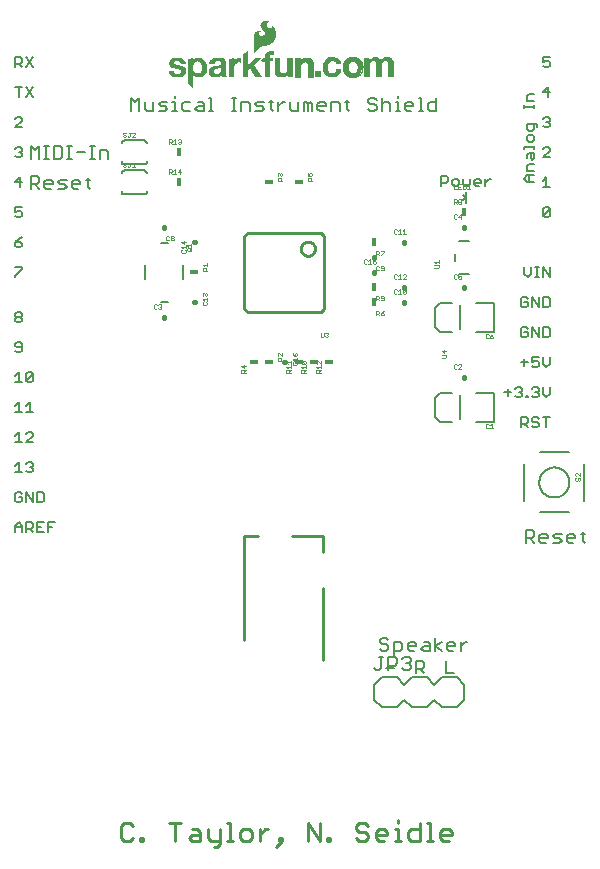
<source format=gbr>
G04 EAGLE Gerber RS-274X export*
G75*
%MOMM*%
%FSLAX34Y34*%
%LPD*%
%INSilkscreen Top*%
%IPPOS*%
%AMOC8*
5,1,8,0,0,1.08239X$1,22.5*%
G01*
%ADD10C,0.152400*%
%ADD11C,0.203200*%
%ADD12C,0.279400*%
%ADD13C,0.025400*%
%ADD14C,0.406400*%
%ADD15C,0.127000*%
%ADD16R,0.406400X0.711200*%
%ADD17C,0.254000*%
%ADD18R,0.711200X0.406400*%
%ADD19R,0.495300X0.485100*%

G36*
X241030Y553240D02*
X241030Y553240D01*
X241034Y553238D01*
X241104Y553274D01*
X241114Y553279D01*
X241115Y553280D01*
X245987Y558762D01*
X246841Y559544D01*
X247831Y560133D01*
X248182Y560260D01*
X248550Y560325D01*
X250825Y560325D01*
X250830Y560327D01*
X250836Y560325D01*
X252200Y560449D01*
X252210Y560455D01*
X252222Y560453D01*
X253541Y560821D01*
X253549Y560829D01*
X253562Y560830D01*
X254792Y561430D01*
X254799Y561437D01*
X254810Y561440D01*
X255967Y562257D01*
X255972Y562265D01*
X255981Y562268D01*
X257012Y563240D01*
X257015Y563248D01*
X257021Y563250D01*
X257021Y563252D01*
X257024Y563253D01*
X257909Y564360D01*
X257911Y564370D01*
X257920Y564377D01*
X258867Y566058D01*
X258868Y566069D01*
X258876Y566079D01*
X259504Y567903D01*
X259503Y567914D01*
X259510Y567925D01*
X259798Y569832D01*
X259795Y569843D01*
X259800Y569855D01*
X259798Y569907D01*
X259790Y570159D01*
X259786Y570285D01*
X259786Y570286D01*
X259778Y570538D01*
X259770Y570791D01*
X259766Y570917D01*
X259758Y571169D01*
X259747Y571548D01*
X259739Y571783D01*
X259735Y571792D01*
X259737Y571804D01*
X259530Y572843D01*
X259525Y572851D01*
X259525Y572862D01*
X259167Y573859D01*
X259161Y573866D01*
X259160Y573877D01*
X258658Y574811D01*
X258649Y574818D01*
X258646Y574830D01*
X257739Y575967D01*
X257728Y575973D01*
X257721Y575986D01*
X256595Y576907D01*
X256552Y576919D01*
X256511Y576935D01*
X256506Y576933D01*
X256500Y576934D01*
X256462Y576913D01*
X256422Y576894D01*
X256419Y576888D01*
X256415Y576886D01*
X256407Y576857D01*
X256389Y576809D01*
X256389Y575929D01*
X256373Y575809D01*
X256329Y575706D01*
X256055Y575367D01*
X255694Y575118D01*
X255520Y575053D01*
X254982Y574995D01*
X254452Y575093D01*
X253964Y575342D01*
X253062Y575993D01*
X252650Y576347D01*
X252299Y576757D01*
X252016Y577215D01*
X251810Y577709D01*
X251751Y578009D01*
X251763Y578312D01*
X251920Y578831D01*
X252206Y579291D01*
X252601Y579661D01*
X253082Y579916D01*
X253572Y580055D01*
X254083Y580112D01*
X254686Y580112D01*
X254687Y580112D01*
X254709Y580121D01*
X254777Y580150D01*
X254812Y580242D01*
X254808Y580251D01*
X254774Y580327D01*
X254772Y580330D01*
X254771Y580331D01*
X254770Y580332D01*
X254749Y580352D01*
X254742Y580355D01*
X254738Y580363D01*
X254303Y580701D01*
X254288Y580705D01*
X254276Y580717D01*
X253772Y580938D01*
X253771Y580938D01*
X253415Y581090D01*
X253187Y581191D01*
X253177Y581192D01*
X253167Y581198D01*
X252289Y581418D01*
X252280Y581417D01*
X252270Y581421D01*
X251370Y581507D01*
X251360Y581503D01*
X251348Y581507D01*
X250480Y581441D01*
X250469Y581435D01*
X250456Y581436D01*
X249616Y581205D01*
X249606Y581197D01*
X249593Y581196D01*
X248813Y580808D01*
X248806Y580800D01*
X248795Y580797D01*
X248018Y580237D01*
X248014Y580230D01*
X248005Y580226D01*
X247309Y579568D01*
X247304Y579557D01*
X247293Y579549D01*
X246862Y578946D01*
X246859Y578931D01*
X246847Y578918D01*
X246580Y578226D01*
X246580Y578210D01*
X246572Y578195D01*
X246485Y577458D01*
X246490Y577443D01*
X246486Y577426D01*
X246585Y576691D01*
X246593Y576678D01*
X246593Y576661D01*
X246873Y575973D01*
X246882Y575964D01*
X246885Y575950D01*
X248072Y574192D01*
X248080Y574187D01*
X248084Y574176D01*
X249537Y572635D01*
X249907Y572200D01*
X250147Y571697D01*
X250249Y571149D01*
X250206Y570593D01*
X250020Y570068D01*
X249705Y569608D01*
X249280Y569243D01*
X248737Y568950D01*
X248151Y568752D01*
X247541Y568655D01*
X246830Y568690D01*
X246152Y568897D01*
X245546Y569262D01*
X245233Y569590D01*
X245027Y569994D01*
X244934Y570410D01*
X244934Y570838D01*
X245027Y571253D01*
X245099Y571391D01*
X245217Y571505D01*
X246041Y572104D01*
X246174Y572175D01*
X246312Y572203D01*
X246470Y572187D01*
X246513Y572201D01*
X246558Y572212D01*
X246560Y572216D01*
X246564Y572217D01*
X246584Y572258D01*
X246607Y572297D01*
X246606Y572301D01*
X246608Y572305D01*
X246593Y572348D01*
X246580Y572392D01*
X246577Y572394D01*
X246576Y572398D01*
X246538Y572417D01*
X246502Y572438D01*
X246019Y572514D01*
X246014Y572513D01*
X246009Y572515D01*
X245069Y572588D01*
X245060Y572585D01*
X245049Y572588D01*
X244109Y572515D01*
X244099Y572510D01*
X244087Y572511D01*
X243388Y572327D01*
X243378Y572319D01*
X243364Y572318D01*
X242716Y571997D01*
X242708Y571988D01*
X242694Y571984D01*
X242124Y571539D01*
X242118Y571528D01*
X242106Y571522D01*
X241636Y570972D01*
X241632Y570960D01*
X241621Y570951D01*
X241220Y570219D01*
X241219Y570206D01*
X241210Y570195D01*
X240970Y569396D01*
X240971Y569383D01*
X240965Y569370D01*
X240895Y568539D01*
X240897Y568533D01*
X240895Y568528D01*
X240895Y553364D01*
X240897Y553359D01*
X240895Y553355D01*
X240916Y553315D01*
X240933Y553273D01*
X240938Y553272D01*
X240940Y553267D01*
X240983Y553254D01*
X241025Y553238D01*
X241030Y553240D01*
G37*
G36*
X189617Y524563D02*
X189617Y524563D01*
X189620Y524562D01*
X189662Y524583D01*
X189704Y524603D01*
X189705Y524605D01*
X189707Y524606D01*
X189714Y524628D01*
X189737Y524688D01*
X189737Y535792D01*
X189738Y535790D01*
X190258Y535074D01*
X190269Y535067D01*
X190276Y535054D01*
X190936Y534464D01*
X190948Y534460D01*
X190958Y534449D01*
X191727Y534012D01*
X191740Y534010D01*
X191752Y534001D01*
X192596Y533737D01*
X192607Y533738D01*
X192618Y533732D01*
X193835Y533577D01*
X193844Y533579D01*
X193853Y533576D01*
X195080Y533593D01*
X195088Y533596D01*
X195098Y533594D01*
X196310Y533783D01*
X196319Y533788D01*
X196330Y533788D01*
X197249Y534082D01*
X197257Y534089D01*
X197269Y534091D01*
X198125Y534537D01*
X198131Y534545D01*
X198143Y534548D01*
X198911Y535133D01*
X198916Y535142D01*
X198927Y535147D01*
X199584Y535854D01*
X199588Y535864D01*
X199598Y535871D01*
X200370Y537056D01*
X200372Y537066D01*
X200380Y537075D01*
X200936Y538375D01*
X200936Y538386D01*
X200943Y538396D01*
X201266Y539772D01*
X201264Y539783D01*
X201269Y539794D01*
X201387Y542009D01*
X201383Y542020D01*
X201386Y542032D01*
X201103Y544232D01*
X201098Y544242D01*
X201098Y544254D01*
X200424Y546367D01*
X200416Y546377D01*
X200414Y546390D01*
X199835Y547431D01*
X199824Y547439D01*
X199819Y547453D01*
X199027Y548343D01*
X199018Y548348D01*
X199011Y548358D01*
X198187Y549011D01*
X198179Y549013D01*
X198173Y549020D01*
X197271Y549561D01*
X197261Y549563D01*
X197252Y549571D01*
X196228Y549971D01*
X196215Y549971D01*
X196203Y549978D01*
X195118Y550161D01*
X195107Y550159D01*
X195095Y550163D01*
X193114Y550138D01*
X193103Y550133D01*
X193090Y550136D01*
X192608Y550034D01*
X192599Y550027D01*
X192587Y550027D01*
X191266Y549494D01*
X191259Y549487D01*
X191249Y549486D01*
X190855Y549253D01*
X190848Y549244D01*
X190836Y549239D01*
X190493Y548938D01*
X190490Y548932D01*
X190483Y548929D01*
X189594Y547964D01*
X189594Y547963D01*
X189593Y547962D01*
X189459Y547813D01*
X189483Y549730D01*
X189477Y549745D01*
X189480Y549759D01*
X189460Y549788D01*
X189446Y549822D01*
X189432Y549827D01*
X189423Y549840D01*
X189382Y549847D01*
X189355Y549858D01*
X189345Y549854D01*
X189334Y549856D01*
X185448Y549120D01*
X185414Y549098D01*
X185378Y549081D01*
X185374Y549071D01*
X185366Y549065D01*
X185360Y549036D01*
X185345Y548996D01*
X185345Y528422D01*
X185347Y528416D01*
X185345Y528409D01*
X185374Y528352D01*
X185383Y528331D01*
X185385Y528330D01*
X185386Y528328D01*
X189526Y524594D01*
X189571Y524579D01*
X189615Y524562D01*
X189617Y524563D01*
G37*
G36*
X349125Y533910D02*
X349125Y533910D01*
X349127Y533909D01*
X349170Y533929D01*
X349214Y533947D01*
X349214Y533949D01*
X349216Y533950D01*
X349249Y534035D01*
X349249Y543556D01*
X349324Y544659D01*
X349473Y545298D01*
X349746Y545893D01*
X350131Y546421D01*
X350449Y546707D01*
X350822Y546917D01*
X351231Y547043D01*
X352134Y547135D01*
X353038Y547067D01*
X353486Y546939D01*
X353892Y546713D01*
X354052Y546567D01*
X354235Y546400D01*
X354496Y546016D01*
X354808Y545194D01*
X354915Y544314D01*
X354915Y534035D01*
X354916Y534033D01*
X354915Y534031D01*
X354935Y533988D01*
X354953Y533944D01*
X354955Y533944D01*
X354956Y533942D01*
X355041Y533909D01*
X359283Y533909D01*
X359285Y533910D01*
X359287Y533909D01*
X359330Y533929D01*
X359374Y533947D01*
X359374Y533949D01*
X359376Y533950D01*
X359409Y534035D01*
X359409Y545617D01*
X359406Y545626D01*
X359408Y545636D01*
X359239Y546732D01*
X359233Y546743D01*
X359233Y546757D01*
X358847Y547796D01*
X358838Y547805D01*
X358835Y547819D01*
X358247Y548758D01*
X358236Y548766D01*
X358231Y548779D01*
X357585Y549443D01*
X357573Y549448D01*
X357564Y549461D01*
X356790Y549968D01*
X356776Y549970D01*
X356765Y549981D01*
X355899Y550307D01*
X355888Y550307D01*
X355878Y550313D01*
X354618Y550562D01*
X354612Y550560D01*
X354604Y550564D01*
X353325Y550671D01*
X353315Y550668D01*
X353305Y550671D01*
X352411Y550610D01*
X352401Y550604D01*
X352387Y550606D01*
X351522Y550374D01*
X351512Y550367D01*
X351499Y550366D01*
X350694Y549972D01*
X350687Y549965D01*
X350675Y549962D01*
X349786Y549324D01*
X349782Y549316D01*
X349772Y549312D01*
X348984Y548553D01*
X348983Y548550D01*
X348980Y548549D01*
X348525Y548068D01*
X348483Y548026D01*
X348103Y548684D01*
X348093Y548691D01*
X348089Y548704D01*
X347507Y549373D01*
X347496Y549378D01*
X347489Y549390D01*
X346791Y549936D01*
X346779Y549939D01*
X346770Y549949D01*
X345980Y550352D01*
X345968Y550353D01*
X345957Y550362D01*
X345034Y550622D01*
X345022Y550621D01*
X345009Y550627D01*
X344052Y550696D01*
X344042Y550693D01*
X344031Y550696D01*
X342659Y550569D01*
X342652Y550565D01*
X342642Y550566D01*
X341550Y550312D01*
X341540Y550305D01*
X341527Y550304D01*
X340637Y549900D01*
X340627Y549888D01*
X340611Y549883D01*
X339849Y549271D01*
X339845Y549264D01*
X339837Y549261D01*
X339727Y549147D01*
X339605Y549020D01*
X339604Y549020D01*
X339482Y548894D01*
X339360Y548768D01*
X339238Y548642D01*
X339116Y548515D01*
X339115Y548515D01*
X339075Y548474D01*
X339073Y548467D01*
X339066Y548463D01*
X338764Y548067D01*
X338733Y548060D01*
X338733Y550113D01*
X338732Y550115D01*
X338733Y550117D01*
X338713Y550160D01*
X338695Y550204D01*
X338693Y550204D01*
X338692Y550206D01*
X338607Y550239D01*
X334620Y550239D01*
X334618Y550238D01*
X334616Y550239D01*
X334573Y550219D01*
X334529Y550201D01*
X334529Y550199D01*
X334527Y550198D01*
X334494Y550113D01*
X334494Y534060D01*
X334495Y534058D01*
X334494Y534056D01*
X334514Y534013D01*
X334532Y533969D01*
X334534Y533969D01*
X334535Y533967D01*
X334620Y533934D01*
X338938Y533934D01*
X338940Y533935D01*
X338942Y533934D01*
X338985Y533954D01*
X339029Y533972D01*
X339029Y533974D01*
X339031Y533975D01*
X339064Y534060D01*
X339064Y543865D01*
X339063Y543868D01*
X339064Y543871D01*
X339034Y544493D01*
X339166Y545084D01*
X339449Y545622D01*
X340269Y546566D01*
X340623Y546832D01*
X341027Y547010D01*
X341467Y547092D01*
X342315Y547142D01*
X342792Y547110D01*
X343243Y546974D01*
X343651Y546741D01*
X343998Y546423D01*
X344368Y545876D01*
X344599Y545257D01*
X344679Y544594D01*
X344679Y534035D01*
X344680Y534033D01*
X344679Y534031D01*
X344699Y533988D01*
X344717Y533944D01*
X344719Y533944D01*
X344720Y533942D01*
X344805Y533909D01*
X349123Y533909D01*
X349125Y533910D01*
G37*
G36*
X208804Y533545D02*
X208804Y533545D01*
X208815Y533542D01*
X210433Y533783D01*
X210442Y533789D01*
X210455Y533788D01*
X211490Y534141D01*
X211499Y534148D01*
X211511Y534150D01*
X212462Y534690D01*
X212470Y534699D01*
X212482Y534704D01*
X213309Y535407D01*
X213333Y535423D01*
X213342Y535424D01*
X213350Y535422D01*
X213357Y535416D01*
X213366Y535393D01*
X213593Y534364D01*
X213595Y534361D01*
X213594Y534358D01*
X213670Y534078D01*
X213681Y534064D01*
X213685Y534045D01*
X213706Y534009D01*
X213730Y533992D01*
X213757Y533963D01*
X213794Y533944D01*
X213824Y533942D01*
X213862Y533931D01*
X213898Y533934D01*
X217932Y533934D01*
X217955Y533943D01*
X217980Y533943D01*
X217998Y533962D01*
X218023Y533972D01*
X218032Y533995D01*
X218049Y534013D01*
X218050Y534042D01*
X218058Y534064D01*
X218050Y534082D01*
X218050Y534104D01*
X217976Y534303D01*
X217627Y535598D01*
X217525Y536935D01*
X217550Y541273D01*
X217549Y541276D01*
X217550Y541278D01*
X217530Y541321D01*
X217517Y541354D01*
X217525Y541376D01*
X217525Y546202D01*
X217522Y546209D01*
X217524Y546218D01*
X217433Y546953D01*
X217426Y546966D01*
X217426Y546983D01*
X217159Y547674D01*
X217148Y547684D01*
X217144Y547701D01*
X216717Y548306D01*
X216704Y548314D01*
X216696Y548329D01*
X216134Y548812D01*
X216121Y548816D01*
X216111Y548827D01*
X214808Y549521D01*
X214796Y549522D01*
X214785Y549530D01*
X213371Y549955D01*
X213361Y549954D01*
X213352Y549959D01*
X211613Y550189D01*
X211605Y550187D01*
X211597Y550190D01*
X209843Y550198D01*
X209836Y550195D01*
X209827Y550198D01*
X208087Y549984D01*
X208079Y549980D01*
X208069Y549981D01*
X206840Y549647D01*
X206832Y549640D01*
X206821Y549640D01*
X205663Y549111D01*
X205655Y549102D01*
X205642Y549099D01*
X204825Y548525D01*
X204818Y548514D01*
X204805Y548508D01*
X204122Y547778D01*
X204119Y547769D01*
X204117Y547769D01*
X204115Y547764D01*
X204106Y547757D01*
X203587Y546904D01*
X203585Y546891D01*
X203575Y546880D01*
X203241Y545939D01*
X203242Y545926D01*
X203235Y545913D01*
X203113Y545022D01*
X203110Y545020D01*
X203109Y545020D01*
X203090Y544971D01*
X203074Y544928D01*
X203076Y544923D01*
X203109Y544845D01*
X203134Y544819D01*
X203174Y544801D01*
X203212Y544780D01*
X203218Y544782D01*
X203225Y544780D01*
X203265Y544797D01*
X203295Y544806D01*
X207442Y544806D01*
X207444Y544807D01*
X207446Y544806D01*
X207489Y544826D01*
X207533Y544844D01*
X207533Y544846D01*
X207535Y544847D01*
X207568Y544932D01*
X207568Y544975D01*
X207631Y545506D01*
X207815Y546001D01*
X208110Y546439D01*
X208500Y546795D01*
X208964Y547050D01*
X209525Y547215D01*
X210112Y547269D01*
X211467Y547219D01*
X211836Y547158D01*
X212182Y547030D01*
X212496Y546837D01*
X212749Y546603D01*
X212948Y546324D01*
X213087Y546010D01*
X213198Y545489D01*
X213198Y544958D01*
X213087Y544437D01*
X213045Y544340D01*
X212985Y544253D01*
X212701Y543992D01*
X212273Y543746D01*
X211804Y543581D01*
X210498Y543355D01*
X208292Y543127D01*
X208288Y543124D01*
X208283Y543125D01*
X206746Y542847D01*
X206738Y542843D01*
X206729Y542843D01*
X205244Y542359D01*
X205236Y542352D01*
X205224Y542351D01*
X204528Y541985D01*
X204520Y541975D01*
X204507Y541971D01*
X203897Y541473D01*
X203891Y541462D01*
X203881Y541456D01*
X203880Y541456D01*
X203879Y541455D01*
X203381Y540846D01*
X203377Y540833D01*
X203366Y540822D01*
X202937Y539960D01*
X202936Y539945D01*
X202927Y539931D01*
X202721Y538990D01*
X202723Y538977D01*
X202718Y538963D01*
X202715Y537902D01*
X202720Y537892D01*
X202717Y537879D01*
X202906Y536835D01*
X202912Y536826D01*
X202912Y536813D01*
X203285Y535820D01*
X203293Y535811D01*
X203295Y535799D01*
X203587Y535316D01*
X203596Y535309D01*
X203601Y535297D01*
X203978Y534877D01*
X203989Y534872D01*
X203996Y534861D01*
X204444Y534519D01*
X204457Y534515D01*
X204467Y534505D01*
X205736Y533899D01*
X205749Y533899D01*
X205762Y533890D01*
X207134Y533582D01*
X207146Y533584D01*
X207159Y533579D01*
X208794Y533541D01*
X208804Y533545D01*
G37*
G36*
X236171Y533808D02*
X236171Y533808D01*
X236173Y533807D01*
X236216Y533827D01*
X236260Y533845D01*
X236260Y533847D01*
X236262Y533848D01*
X236295Y533933D01*
X236295Y539341D01*
X237950Y540948D01*
X242183Y533970D01*
X242198Y533959D01*
X242206Y533942D01*
X242240Y533929D01*
X242263Y533912D01*
X242276Y533914D01*
X242290Y533909D01*
X247370Y533884D01*
X247406Y533899D01*
X247444Y533907D01*
X247450Y533917D01*
X247461Y533922D01*
X247476Y533958D01*
X247496Y533991D01*
X247493Y534003D01*
X247497Y534013D01*
X247485Y534041D01*
X247476Y534080D01*
X240879Y543975D01*
X246570Y549541D01*
X246571Y549542D01*
X246573Y549543D01*
X246590Y549588D01*
X246608Y549632D01*
X246608Y549633D01*
X246608Y549635D01*
X246588Y549678D01*
X246569Y549722D01*
X246568Y549723D01*
X246567Y549724D01*
X246482Y549757D01*
X241808Y549757D01*
X241805Y549756D01*
X241802Y549757D01*
X241719Y549720D01*
X236244Y544246D01*
X236244Y555676D01*
X236231Y555708D01*
X236226Y555742D01*
X236212Y555752D01*
X236206Y555767D01*
X236174Y555779D01*
X236145Y555799D01*
X236128Y555797D01*
X236114Y555802D01*
X236089Y555791D01*
X236055Y555786D01*
X231915Y553424D01*
X231903Y553407D01*
X231885Y553399D01*
X231872Y553367D01*
X231856Y553345D01*
X231858Y553330D01*
X231852Y553314D01*
X231852Y533984D01*
X231853Y533981D01*
X231852Y533978D01*
X231889Y533895D01*
X231940Y533844D01*
X231943Y533843D01*
X231944Y533840D01*
X232029Y533807D01*
X236169Y533807D01*
X236171Y533808D01*
G37*
G36*
X265098Y533533D02*
X265098Y533533D01*
X265105Y533536D01*
X265114Y533535D01*
X266592Y533758D01*
X266600Y533763D01*
X266610Y533762D01*
X266872Y533843D01*
X266880Y533849D01*
X266892Y533851D01*
X267137Y533973D01*
X267144Y533980D01*
X267154Y533983D01*
X268084Y534642D01*
X268089Y534650D01*
X268098Y534653D01*
X268925Y535438D01*
X268928Y535446D01*
X268937Y535451D01*
X269444Y536092D01*
X269444Y534035D01*
X269445Y534033D01*
X269444Y534031D01*
X269464Y533988D01*
X269482Y533944D01*
X269484Y533944D01*
X269485Y533942D01*
X269570Y533909D01*
X273583Y533909D01*
X273585Y533910D01*
X273587Y533909D01*
X273630Y533929D01*
X273674Y533947D01*
X273674Y533949D01*
X273676Y533950D01*
X273709Y534035D01*
X273709Y549656D01*
X273708Y549658D01*
X273709Y549660D01*
X273689Y549703D01*
X273671Y549747D01*
X273669Y549747D01*
X273668Y549749D01*
X273583Y549782D01*
X269367Y549782D01*
X269365Y549781D01*
X269363Y549782D01*
X269320Y549762D01*
X269276Y549744D01*
X269276Y549742D01*
X269274Y549741D01*
X269241Y549656D01*
X269241Y541354D01*
X269165Y540124D01*
X268940Y538920D01*
X268731Y538370D01*
X268404Y537885D01*
X267973Y537488D01*
X267463Y537200D01*
X266772Y536988D01*
X266051Y536921D01*
X265332Y537001D01*
X264643Y537224D01*
X264248Y537449D01*
X263907Y537750D01*
X263635Y538112D01*
X263292Y538880D01*
X263143Y539710D01*
X263143Y549707D01*
X263142Y549709D01*
X263143Y549711D01*
X263123Y549754D01*
X263105Y549798D01*
X263103Y549798D01*
X263102Y549800D01*
X263017Y549833D01*
X258877Y549833D01*
X258875Y549832D01*
X258873Y549833D01*
X258830Y549813D01*
X258786Y549795D01*
X258786Y549793D01*
X258784Y549792D01*
X258751Y549707D01*
X258751Y538912D01*
X258753Y538907D01*
X258751Y538900D01*
X258852Y537801D01*
X258857Y537792D01*
X258857Y537791D01*
X258858Y537789D01*
X258856Y537778D01*
X259156Y536715D01*
X259163Y536706D01*
X259164Y536693D01*
X259652Y535703D01*
X259661Y535695D01*
X259665Y535683D01*
X260325Y534798D01*
X260335Y534791D01*
X260342Y534779D01*
X260596Y534551D01*
X260604Y534548D01*
X260605Y534546D01*
X260610Y534544D01*
X260616Y534536D01*
X261518Y534010D01*
X261530Y534009D01*
X261540Y534000D01*
X262526Y533657D01*
X262538Y533658D01*
X262550Y533651D01*
X263583Y533504D01*
X263593Y533507D01*
X263604Y533503D01*
X265098Y533533D01*
G37*
G36*
X280291Y533834D02*
X280291Y533834D01*
X280293Y533833D01*
X280336Y533853D01*
X280380Y533871D01*
X280380Y533873D01*
X280382Y533874D01*
X280415Y533959D01*
X280415Y543325D01*
X280496Y544108D01*
X280712Y544858D01*
X281075Y545537D01*
X281592Y546106D01*
X282049Y546420D01*
X282565Y546624D01*
X283121Y546711D01*
X284226Y546761D01*
X284542Y546744D01*
X284842Y546667D01*
X285277Y546450D01*
X285651Y546141D01*
X285947Y545754D01*
X286257Y545112D01*
X286448Y544424D01*
X286513Y543706D01*
X286513Y534060D01*
X286514Y534058D01*
X286513Y534056D01*
X286533Y534013D01*
X286551Y533969D01*
X286553Y533969D01*
X286554Y533967D01*
X286639Y533934D01*
X290728Y533934D01*
X290730Y533935D01*
X290732Y533934D01*
X290775Y533954D01*
X290819Y533972D01*
X290819Y533974D01*
X290821Y533975D01*
X290854Y534060D01*
X290854Y544601D01*
X290852Y544606D01*
X290854Y544611D01*
X290764Y545740D01*
X290760Y545748D01*
X290761Y545757D01*
X290521Y546864D01*
X290516Y546872D01*
X290516Y546882D01*
X290247Y547587D01*
X290239Y547595D01*
X290237Y547607D01*
X289853Y548256D01*
X289844Y548262D01*
X289840Y548274D01*
X289351Y548849D01*
X289340Y548854D01*
X289333Y548866D01*
X288548Y549484D01*
X288535Y549487D01*
X288524Y549499D01*
X287619Y549921D01*
X287605Y549922D01*
X287591Y549930D01*
X286614Y550136D01*
X286603Y550133D01*
X286591Y550138D01*
X284585Y550188D01*
X284575Y550184D01*
X284564Y550187D01*
X283512Y550032D01*
X283501Y550025D01*
X283487Y550025D01*
X282490Y549656D01*
X282480Y549647D01*
X282466Y549644D01*
X281568Y549077D01*
X281561Y549068D01*
X281550Y549064D01*
X281089Y548648D01*
X281086Y548640D01*
X281078Y548636D01*
X280676Y548163D01*
X280674Y548158D01*
X280670Y548156D01*
X280393Y547778D01*
X280279Y547642D01*
X280237Y547613D01*
X280237Y549681D01*
X280236Y549683D01*
X280237Y549685D01*
X280217Y549728D01*
X280199Y549772D01*
X280197Y549772D01*
X280196Y549774D01*
X280111Y549807D01*
X276073Y549807D01*
X276071Y549806D01*
X276069Y549807D01*
X276026Y549787D01*
X275982Y549769D01*
X275982Y549767D01*
X275980Y549766D01*
X275947Y549681D01*
X275947Y533959D01*
X275948Y533957D01*
X275947Y533955D01*
X275967Y533912D01*
X275985Y533868D01*
X275987Y533868D01*
X275988Y533866D01*
X276073Y533833D01*
X280289Y533833D01*
X280291Y533834D01*
G37*
G36*
X326886Y534011D02*
X326886Y534011D01*
X326898Y534018D01*
X326914Y534018D01*
X328768Y534653D01*
X328781Y534664D01*
X328800Y534669D01*
X329917Y535456D01*
X329922Y535464D01*
X329931Y535468D01*
X331125Y536611D01*
X331131Y536625D01*
X331145Y536635D01*
X331958Y537930D01*
X331961Y537947D01*
X331973Y537963D01*
X332659Y540427D01*
X332657Y540437D01*
X332662Y540446D01*
X332916Y542554D01*
X332912Y542569D01*
X332916Y542585D01*
X332636Y544770D01*
X332627Y544785D01*
X332626Y544805D01*
X331585Y547142D01*
X331572Y547154D01*
X331566Y547173D01*
X330474Y548443D01*
X330460Y548450D01*
X330450Y548465D01*
X328469Y549836D01*
X328453Y549839D01*
X328438Y549851D01*
X326812Y550410D01*
X326799Y550410D01*
X326787Y550416D01*
X324780Y550670D01*
X324771Y550668D01*
X324762Y550671D01*
X324725Y550655D01*
X324685Y550644D01*
X324681Y550635D01*
X324672Y550631D01*
X324652Y550582D01*
X324638Y550557D01*
X324640Y550552D01*
X324638Y550547D01*
X324588Y547575D01*
X324589Y547572D01*
X324588Y547569D01*
X324607Y547527D01*
X324625Y547484D01*
X324628Y547483D01*
X324629Y547480D01*
X324714Y547447D01*
X324810Y547447D01*
X325997Y547348D01*
X326950Y546835D01*
X327784Y546026D01*
X328528Y544414D01*
X328779Y542485D01*
X328779Y541060D01*
X328404Y539512D01*
X327861Y538302D01*
X326782Y537321D01*
X325031Y536729D01*
X323283Y536951D01*
X321635Y537959D01*
X321097Y538986D01*
X320723Y540135D01*
X320548Y541383D01*
X320598Y543242D01*
X320872Y544716D01*
X321268Y545605D01*
X322056Y546689D01*
X323204Y547324D01*
X324299Y547474D01*
X324336Y547496D01*
X324375Y547514D01*
X324378Y547521D01*
X324384Y547524D01*
X324391Y547554D01*
X324408Y547599D01*
X324408Y550520D01*
X324397Y550547D01*
X324395Y550576D01*
X324378Y550592D01*
X324370Y550611D01*
X324348Y550619D01*
X324328Y550637D01*
X324201Y550687D01*
X324179Y550687D01*
X324155Y550696D01*
X324104Y550696D01*
X324097Y550693D01*
X324089Y550695D01*
X322616Y550518D01*
X322598Y550508D01*
X322575Y550506D01*
X319197Y548829D01*
X319180Y548810D01*
X319154Y548794D01*
X317020Y546076D01*
X317013Y546052D01*
X316996Y546026D01*
X316183Y542470D01*
X316187Y542448D01*
X316181Y542422D01*
X316791Y538536D01*
X316804Y538516D01*
X316810Y538488D01*
X318410Y535999D01*
X318431Y535984D01*
X318449Y535960D01*
X321294Y534182D01*
X321318Y534178D01*
X321344Y534164D01*
X324341Y533758D01*
X324355Y533762D01*
X324371Y533757D01*
X326886Y534011D01*
G37*
G36*
X177709Y533600D02*
X177709Y533600D01*
X177715Y533602D01*
X177722Y533601D01*
X179036Y533783D01*
X179044Y533787D01*
X179053Y533787D01*
X180053Y534069D01*
X180062Y534076D01*
X180074Y534077D01*
X181009Y534528D01*
X181016Y534536D01*
X181028Y534539D01*
X181872Y535145D01*
X181877Y535155D01*
X181888Y535160D01*
X182614Y535903D01*
X182618Y535913D01*
X182629Y535921D01*
X183008Y536485D01*
X183010Y536496D01*
X183019Y536506D01*
X183285Y537131D01*
X183285Y537143D01*
X183293Y537154D01*
X183435Y537818D01*
X183434Y537827D01*
X183438Y537836D01*
X183514Y538877D01*
X183511Y538886D01*
X183514Y538897D01*
X183420Y539952D01*
X183413Y539965D01*
X183413Y539981D01*
X183076Y540984D01*
X183067Y540995D01*
X183064Y541010D01*
X182812Y541422D01*
X182802Y541429D01*
X182796Y541443D01*
X182464Y541793D01*
X182453Y541797D01*
X182447Y541808D01*
X181755Y542316D01*
X181747Y542318D01*
X181740Y542326D01*
X180984Y542731D01*
X180975Y542732D01*
X180968Y542738D01*
X179312Y543348D01*
X179304Y543348D01*
X179296Y543353D01*
X177573Y543734D01*
X177572Y543734D01*
X177571Y543735D01*
X175548Y544139D01*
X174796Y544411D01*
X174121Y544827D01*
X173838Y545120D01*
X173654Y545481D01*
X173589Y545850D01*
X173637Y546222D01*
X173792Y546564D01*
X174025Y546832D01*
X174326Y547027D01*
X174750Y547184D01*
X175199Y547269D01*
X176048Y547313D01*
X176895Y547269D01*
X177391Y547171D01*
X177858Y546982D01*
X178281Y546711D01*
X178556Y546447D01*
X178774Y546134D01*
X178924Y545782D01*
X178979Y545539D01*
X178995Y545279D01*
X179016Y545237D01*
X179036Y545194D01*
X179038Y545193D01*
X179039Y545191D01*
X179058Y545185D01*
X179121Y545161D01*
X183007Y545161D01*
X183016Y545164D01*
X183024Y545162D01*
X183060Y545183D01*
X183098Y545199D01*
X183101Y545208D01*
X183109Y545213D01*
X183123Y545264D01*
X183133Y545291D01*
X183131Y545295D01*
X183132Y545298D01*
X183132Y545299D01*
X183133Y545300D01*
X183057Y546011D01*
X183051Y546021D01*
X183053Y546032D01*
X183048Y546038D01*
X183048Y546045D01*
X183056Y546058D01*
X183050Y546082D01*
X183053Y546091D01*
X183049Y546099D01*
X183050Y546118D01*
X182847Y546676D01*
X182843Y546680D01*
X182843Y546685D01*
X182487Y547473D01*
X182480Y547479D01*
X182478Y547490D01*
X182192Y547932D01*
X182184Y547937D01*
X182180Y547947D01*
X181832Y548343D01*
X181822Y548347D01*
X181815Y548358D01*
X180856Y549115D01*
X180843Y549119D01*
X180833Y549129D01*
X179736Y549667D01*
X179724Y549668D01*
X179713Y549676D01*
X178362Y550044D01*
X178352Y550043D01*
X178342Y550048D01*
X176949Y550188D01*
X176943Y550186D01*
X176936Y550188D01*
X175133Y550188D01*
X175127Y550186D01*
X175119Y550188D01*
X173690Y550033D01*
X173680Y550027D01*
X173667Y550028D01*
X172289Y549617D01*
X172280Y549610D01*
X172268Y549609D01*
X170987Y548955D01*
X170979Y548946D01*
X170967Y548943D01*
X170491Y548574D01*
X170485Y548563D01*
X170473Y548557D01*
X170079Y548102D01*
X170075Y548091D01*
X170064Y548082D01*
X169765Y547560D01*
X169764Y547547D01*
X169755Y547537D01*
X169397Y546453D01*
X169398Y546441D01*
X169392Y546428D01*
X169263Y545294D01*
X169266Y545282D01*
X169263Y545268D01*
X169368Y544132D01*
X169374Y544121D01*
X169373Y544107D01*
X169525Y543618D01*
X169533Y543608D01*
X169535Y543594D01*
X169784Y543147D01*
X169795Y543139D01*
X169799Y543125D01*
X170136Y542740D01*
X170146Y542735D01*
X170152Y542724D01*
X170829Y542187D01*
X170838Y542184D01*
X170845Y542176D01*
X171596Y541749D01*
X171605Y541748D01*
X171613Y541741D01*
X172421Y541435D01*
X172429Y541435D01*
X172437Y541430D01*
X176068Y540567D01*
X177242Y540261D01*
X178349Y539791D01*
X178685Y539560D01*
X178951Y539256D01*
X179131Y538894D01*
X179216Y538499D01*
X179199Y538095D01*
X179082Y537710D01*
X178874Y537365D01*
X178586Y537081D01*
X178073Y536769D01*
X177506Y536572D01*
X176903Y536498D01*
X175573Y536498D01*
X175011Y536571D01*
X174424Y536788D01*
X173897Y537125D01*
X173455Y537568D01*
X173200Y537982D01*
X173053Y538444D01*
X173024Y538941D01*
X173024Y538988D01*
X173023Y538990D01*
X173024Y538992D01*
X173004Y539035D01*
X172986Y539079D01*
X172984Y539079D01*
X172983Y539081D01*
X172898Y539114D01*
X169037Y539114D01*
X169031Y539112D01*
X169024Y539114D01*
X169012Y539107D01*
X168998Y539108D01*
X168996Y539107D01*
X168995Y539107D01*
X168973Y539087D01*
X168946Y539076D01*
X168944Y539069D01*
X168938Y539066D01*
X168933Y539052D01*
X168923Y539043D01*
X168923Y539042D01*
X168922Y539040D01*
X168921Y539013D01*
X168919Y539006D01*
X168911Y538984D01*
X168912Y538982D01*
X168911Y538979D01*
X168936Y538623D01*
X168939Y538617D01*
X168938Y538610D01*
X169040Y538026D01*
X169045Y538018D01*
X169044Y538007D01*
X169476Y536737D01*
X169483Y536730D01*
X169484Y536720D01*
X169793Y536124D01*
X169803Y536117D01*
X169807Y536104D01*
X170227Y535580D01*
X170238Y535575D01*
X170244Y535563D01*
X170759Y535132D01*
X170767Y535130D01*
X170772Y535123D01*
X171966Y534361D01*
X171974Y534359D01*
X171981Y534352D01*
X172838Y533955D01*
X172851Y533954D01*
X172863Y533946D01*
X173784Y533734D01*
X173793Y533736D01*
X173803Y533731D01*
X176369Y533553D01*
X176376Y533555D01*
X176382Y533553D01*
X177709Y533600D01*
G37*
G36*
X307773Y533556D02*
X307773Y533556D01*
X307782Y533553D01*
X308965Y533649D01*
X308974Y533653D01*
X308985Y533652D01*
X310138Y533934D01*
X310146Y533940D01*
X310157Y533940D01*
X311250Y534402D01*
X311258Y534410D01*
X311270Y534413D01*
X312518Y535233D01*
X312525Y535244D01*
X312538Y535250D01*
X313591Y536308D01*
X313595Y536320D01*
X313607Y536328D01*
X314422Y537579D01*
X314424Y537592D01*
X314434Y537602D01*
X314976Y538993D01*
X314975Y539004D01*
X314982Y539014D01*
X315077Y539479D01*
X315075Y539488D01*
X315079Y539496D01*
X315111Y539971D01*
X315110Y539975D01*
X315111Y539979D01*
X315111Y540029D01*
X315110Y540031D01*
X315111Y540033D01*
X315091Y540076D01*
X315073Y540120D01*
X315071Y540120D01*
X315070Y540122D01*
X314985Y540155D01*
X310921Y540155D01*
X310882Y540139D01*
X310842Y540127D01*
X310837Y540120D01*
X310830Y540117D01*
X310819Y540088D01*
X310796Y540048D01*
X310692Y539372D01*
X310477Y538735D01*
X310156Y538145D01*
X309798Y537713D01*
X309355Y537368D01*
X308825Y537100D01*
X308256Y536927D01*
X307666Y536854D01*
X306865Y536895D01*
X306086Y537076D01*
X305378Y537406D01*
X304770Y537895D01*
X304295Y538514D01*
X303980Y539231D01*
X303634Y540755D01*
X303505Y542315D01*
X303598Y543456D01*
X303903Y544559D01*
X304408Y545584D01*
X305095Y546495D01*
X305442Y546785D01*
X305856Y546971D01*
X306677Y547152D01*
X307517Y547218D01*
X308349Y547135D01*
X309141Y546874D01*
X309634Y546576D01*
X310047Y546175D01*
X310358Y545690D01*
X310551Y545148D01*
X310618Y544569D01*
X310618Y544551D01*
X310619Y544549D01*
X310618Y544547D01*
X310638Y544504D01*
X310656Y544460D01*
X310658Y544460D01*
X310659Y544458D01*
X310744Y544425D01*
X314935Y544425D01*
X314949Y544431D01*
X314963Y544428D01*
X314992Y544449D01*
X315026Y544463D01*
X315031Y544477D01*
X315043Y544486D01*
X315050Y544527D01*
X315061Y544555D01*
X315057Y544564D01*
X315059Y544575D01*
X314822Y545783D01*
X314817Y545791D01*
X314817Y545802D01*
X314393Y546957D01*
X314384Y546965D01*
X314382Y546978D01*
X313742Y548045D01*
X313731Y548052D01*
X313725Y548066D01*
X312870Y548969D01*
X312857Y548975D01*
X312849Y548987D01*
X311818Y549684D01*
X311805Y549687D01*
X311794Y549697D01*
X310637Y550154D01*
X310628Y550154D01*
X310619Y550160D01*
X309208Y550479D01*
X309202Y550478D01*
X309197Y550481D01*
X307763Y550670D01*
X307754Y550668D01*
X307744Y550671D01*
X306202Y550648D01*
X306191Y550643D01*
X306177Y550645D01*
X304671Y550312D01*
X304661Y550305D01*
X304647Y550305D01*
X303256Y549693D01*
X303248Y549685D01*
X303235Y549681D01*
X301986Y548816D01*
X301979Y548806D01*
X301967Y548800D01*
X301958Y548791D01*
X301835Y548664D01*
X301712Y548538D01*
X301465Y548286D01*
X301342Y548159D01*
X301219Y548033D01*
X301096Y547907D01*
X300906Y547712D01*
X300902Y547701D01*
X300891Y547694D01*
X300057Y546423D01*
X300055Y546412D01*
X300046Y546402D01*
X299469Y544996D01*
X299469Y544984D01*
X299462Y544973D01*
X299164Y543483D01*
X299166Y543473D01*
X299162Y543462D01*
X299086Y540973D01*
X299089Y540964D01*
X299087Y540954D01*
X299232Y539738D01*
X299237Y539730D01*
X299236Y539719D01*
X299570Y538541D01*
X299576Y538533D01*
X299577Y538523D01*
X300091Y537412D01*
X300099Y537405D01*
X300101Y537394D01*
X300783Y536378D01*
X300792Y536372D01*
X300796Y536362D01*
X301567Y535539D01*
X301576Y535535D01*
X301582Y535525D01*
X302478Y534841D01*
X302488Y534838D01*
X302496Y534829D01*
X303493Y534303D01*
X303503Y534302D01*
X303512Y534295D01*
X304582Y533940D01*
X304591Y533941D01*
X304600Y533936D01*
X306164Y533654D01*
X306171Y533655D01*
X306178Y533652D01*
X307764Y533553D01*
X307773Y533556D01*
G37*
G36*
X254408Y533834D02*
X254408Y533834D01*
X254410Y533833D01*
X254453Y533853D01*
X254497Y533871D01*
X254497Y533873D01*
X254499Y533874D01*
X254532Y533959D01*
X254532Y546863D01*
X257404Y546863D01*
X257406Y546864D01*
X257408Y546863D01*
X257451Y546883D01*
X257495Y546901D01*
X257495Y546903D01*
X257497Y546904D01*
X257530Y546989D01*
X257530Y549656D01*
X257529Y549658D01*
X257530Y549660D01*
X257510Y549703D01*
X257492Y549747D01*
X257490Y549747D01*
X257489Y549749D01*
X257404Y549782D01*
X254558Y549782D01*
X254558Y551044D01*
X254621Y551506D01*
X254796Y551929D01*
X254978Y552161D01*
X255218Y552331D01*
X255500Y552428D01*
X256400Y552511D01*
X257315Y552426D01*
X257595Y552400D01*
X257601Y552402D01*
X257607Y552400D01*
X257683Y552400D01*
X257685Y552401D01*
X257687Y552400D01*
X257730Y552420D01*
X257774Y552438D01*
X257774Y552440D01*
X257776Y552441D01*
X257809Y552526D01*
X257809Y555549D01*
X257809Y555550D01*
X257809Y555552D01*
X257809Y555553D01*
X257789Y555596D01*
X257771Y555640D01*
X257769Y555640D01*
X257768Y555642D01*
X257683Y555675D01*
X257661Y555675D01*
X256344Y555751D01*
X256341Y555750D01*
X256337Y555751D01*
X254787Y555751D01*
X254777Y555747D01*
X254766Y555749D01*
X253753Y555575D01*
X253743Y555568D01*
X253729Y555568D01*
X252771Y555199D01*
X252762Y555191D01*
X252749Y555188D01*
X251881Y554638D01*
X251875Y554628D01*
X251868Y554626D01*
X251868Y554625D01*
X251862Y554623D01*
X251119Y553913D01*
X251114Y553903D01*
X251103Y553895D01*
X250763Y553418D01*
X250761Y553407D01*
X250752Y553398D01*
X250503Y552867D01*
X250503Y552856D01*
X250495Y552846D01*
X250347Y552279D01*
X250348Y552268D01*
X250343Y552257D01*
X250166Y550123D01*
X250168Y550119D01*
X250166Y550115D01*
X250166Y550113D01*
X250166Y549782D01*
X248920Y549782D01*
X248917Y549781D01*
X248914Y549782D01*
X248831Y549745D01*
X246164Y547078D01*
X246163Y547078D01*
X246163Y547077D01*
X246145Y547032D01*
X246127Y546987D01*
X246127Y546986D01*
X246147Y546941D01*
X246167Y546897D01*
X246168Y546896D01*
X246252Y546863D01*
X250115Y546839D01*
X250115Y533959D01*
X250116Y533957D01*
X250115Y533955D01*
X250135Y533912D01*
X250153Y533868D01*
X250155Y533868D01*
X250156Y533866D01*
X250241Y533833D01*
X254406Y533833D01*
X254408Y533834D01*
G37*
G36*
X224284Y533935D02*
X224284Y533935D01*
X224286Y533934D01*
X224329Y533954D01*
X224373Y533972D01*
X224373Y533974D01*
X224375Y533975D01*
X224408Y534060D01*
X224408Y541879D01*
X224481Y542725D01*
X224681Y543544D01*
X225042Y544337D01*
X225567Y545029D01*
X226234Y545589D01*
X226713Y545853D01*
X227231Y546034D01*
X227773Y546126D01*
X229298Y546126D01*
X229895Y546001D01*
X229898Y546002D01*
X229901Y546000D01*
X230053Y545975D01*
X230062Y545978D01*
X230073Y545974D01*
X230099Y545974D01*
X230101Y545975D01*
X230103Y545974D01*
X230146Y545994D01*
X230190Y546012D01*
X230190Y546014D01*
X230192Y546015D01*
X230225Y546100D01*
X230225Y549961D01*
X230207Y550005D01*
X230189Y550050D01*
X230187Y550050D01*
X230187Y550052D01*
X230170Y550058D01*
X230106Y550087D01*
X228734Y550163D01*
X228724Y550159D01*
X228712Y550162D01*
X228011Y550078D01*
X228001Y550072D01*
X227987Y550073D01*
X227317Y549850D01*
X227308Y549841D01*
X227294Y549839D01*
X226683Y549486D01*
X226681Y549483D01*
X226677Y549482D01*
X225788Y548897D01*
X225785Y548894D01*
X225780Y548892D01*
X225386Y548590D01*
X225379Y548578D01*
X225365Y548570D01*
X225049Y548187D01*
X225047Y548181D01*
X225041Y548176D01*
X224355Y547134D01*
X224176Y546866D01*
X224129Y546851D01*
X224129Y549631D01*
X224124Y549644D01*
X224127Y549657D01*
X224105Y549687D01*
X224091Y549722D01*
X224078Y549727D01*
X224070Y549738D01*
X224027Y549746D01*
X223999Y549757D01*
X223991Y549753D01*
X223981Y549755D01*
X220120Y549069D01*
X220086Y549047D01*
X220049Y549030D01*
X220045Y549021D01*
X220037Y549016D01*
X220032Y548986D01*
X220016Y548945D01*
X219990Y534060D01*
X219991Y534058D01*
X219990Y534056D01*
X220010Y534013D01*
X220028Y533969D01*
X220030Y533969D01*
X220031Y533967D01*
X220116Y533934D01*
X224282Y533934D01*
X224284Y533935D01*
G37*
%LPC*%
G36*
X192775Y536828D02*
X192775Y536828D01*
X192053Y536980D01*
X191375Y537270D01*
X190866Y537633D01*
X190454Y538102D01*
X190155Y538666D01*
X190149Y538670D01*
X190148Y538677D01*
X190097Y538753D01*
X190096Y538754D01*
X190096Y538755D01*
X190054Y538815D01*
X190042Y538874D01*
X190042Y538912D01*
X190042Y538913D01*
X190042Y538914D01*
X190023Y538958D01*
X190004Y539003D01*
X190003Y539003D01*
X190002Y539004D01*
X189957Y539021D01*
X189935Y539029D01*
X189935Y539034D01*
X189944Y539069D01*
X189939Y539106D01*
X189933Y539117D01*
X189934Y539130D01*
X189709Y539805D01*
X189585Y540574D01*
X189559Y543120D01*
X189669Y543935D01*
X189936Y544709D01*
X190349Y545416D01*
X190947Y546096D01*
X191659Y546652D01*
X191997Y546814D01*
X192369Y546888D01*
X193444Y546939D01*
X194011Y546893D01*
X194553Y546737D01*
X195053Y546477D01*
X195812Y545847D01*
X196409Y545061D01*
X196812Y544162D01*
X197003Y543192D01*
X197006Y541221D01*
X196702Y539274D01*
X196413Y538513D01*
X195941Y537855D01*
X195315Y537339D01*
X194576Y537001D01*
X193685Y536822D01*
X192775Y536828D01*
G37*
%LPD*%
%LPC*%
G36*
X208701Y536523D02*
X208701Y536523D01*
X208240Y536620D01*
X207819Y536823D01*
X207457Y537120D01*
X207266Y537370D01*
X207131Y537655D01*
X207060Y537963D01*
X207055Y538216D01*
X207053Y538342D01*
X207051Y538468D01*
X207051Y538469D01*
X207049Y538548D01*
X207156Y539123D01*
X207376Y539665D01*
X207580Y539963D01*
X207848Y540207D01*
X208322Y540491D01*
X208840Y540688D01*
X209390Y540793D01*
X210833Y540945D01*
X210837Y540947D01*
X210841Y540947D01*
X211833Y541116D01*
X211839Y541120D01*
X211848Y541119D01*
X212812Y541407D01*
X212821Y541414D01*
X212834Y541416D01*
X213041Y541523D01*
X213051Y541535D01*
X213067Y541541D01*
X213209Y541668D01*
X213209Y541376D01*
X213210Y541374D01*
X213209Y541372D01*
X213229Y541329D01*
X213229Y541327D01*
X213209Y541274D01*
X213209Y540440D01*
X213139Y539351D01*
X212932Y538281D01*
X212885Y538116D01*
X212778Y537867D01*
X212628Y537648D01*
X211884Y536929D01*
X211593Y536744D01*
X211271Y536622D01*
X210229Y536473D01*
X208701Y536523D01*
G37*
%LPD*%
D10*
X399542Y441452D02*
X399542Y450095D01*
X403864Y450095D01*
X405304Y448655D01*
X405304Y445774D01*
X403864Y444333D01*
X399542Y444333D01*
X410338Y441452D02*
X413219Y441452D01*
X414659Y442893D01*
X414659Y445774D01*
X413219Y447214D01*
X410338Y447214D01*
X408897Y445774D01*
X408897Y442893D01*
X410338Y441452D01*
X418252Y442893D02*
X418252Y447214D01*
X418252Y442893D02*
X419693Y441452D01*
X421134Y442893D01*
X422574Y441452D01*
X424015Y442893D01*
X424015Y447214D01*
X429048Y441452D02*
X431929Y441452D01*
X429048Y441452D02*
X427608Y442893D01*
X427608Y445774D01*
X429048Y447214D01*
X431929Y447214D01*
X433370Y445774D01*
X433370Y444333D01*
X427608Y444333D01*
X436963Y441452D02*
X436963Y447214D01*
X436963Y444333D02*
X439844Y447214D01*
X441284Y447214D01*
D11*
X136906Y505206D02*
X136906Y515883D01*
X140465Y512324D01*
X144024Y515883D01*
X144024Y505206D01*
X148600Y506986D02*
X148600Y512324D01*
X148600Y506986D02*
X150379Y505206D01*
X155718Y505206D01*
X155718Y512324D01*
X160294Y505206D02*
X165633Y505206D01*
X167412Y506986D01*
X165633Y508765D01*
X162073Y508765D01*
X160294Y510545D01*
X162073Y512324D01*
X167412Y512324D01*
X171988Y512324D02*
X173767Y512324D01*
X173767Y505206D01*
X171988Y505206D02*
X175547Y505206D01*
X173767Y515883D02*
X173767Y517663D01*
X181563Y512324D02*
X186902Y512324D01*
X181563Y512324D02*
X179784Y510545D01*
X179784Y506986D01*
X181563Y505206D01*
X186902Y505206D01*
X193257Y512324D02*
X196816Y512324D01*
X198596Y510545D01*
X198596Y505206D01*
X193257Y505206D01*
X191478Y506986D01*
X193257Y508765D01*
X198596Y508765D01*
X203172Y515883D02*
X204951Y515883D01*
X204951Y505206D01*
X203172Y505206D02*
X206731Y505206D01*
X222662Y505206D02*
X226221Y505206D01*
X224441Y505206D02*
X224441Y515883D01*
X222662Y515883D02*
X226221Y515883D01*
X230458Y512324D02*
X230458Y505206D01*
X230458Y512324D02*
X235796Y512324D01*
X237576Y510545D01*
X237576Y505206D01*
X242152Y505206D02*
X247490Y505206D01*
X249270Y506986D01*
X247490Y508765D01*
X243931Y508765D01*
X242152Y510545D01*
X243931Y512324D01*
X249270Y512324D01*
X255625Y514104D02*
X255625Y506986D01*
X257405Y505206D01*
X257405Y512324D02*
X253846Y512324D01*
X261642Y512324D02*
X261642Y505206D01*
X261642Y508765D02*
X265201Y512324D01*
X266980Y512324D01*
X271387Y512324D02*
X271387Y506986D01*
X273166Y505206D01*
X278505Y505206D01*
X278505Y512324D01*
X283081Y512324D02*
X283081Y505206D01*
X283081Y512324D02*
X284860Y512324D01*
X286640Y510545D01*
X286640Y505206D01*
X286640Y510545D02*
X288419Y512324D01*
X290199Y510545D01*
X290199Y505206D01*
X296554Y505206D02*
X300113Y505206D01*
X296554Y505206D02*
X294775Y506986D01*
X294775Y510545D01*
X296554Y512324D01*
X300113Y512324D01*
X301893Y510545D01*
X301893Y508765D01*
X294775Y508765D01*
X306469Y505206D02*
X306469Y512324D01*
X311807Y512324D01*
X313587Y510545D01*
X313587Y505206D01*
X319942Y506986D02*
X319942Y514104D01*
X319942Y506986D02*
X321722Y505206D01*
X321722Y512324D02*
X318162Y512324D01*
X342991Y515883D02*
X344770Y514104D01*
X342991Y515883D02*
X339432Y515883D01*
X337652Y514104D01*
X337652Y512324D01*
X339432Y510545D01*
X342991Y510545D01*
X344770Y508765D01*
X344770Y506986D01*
X342991Y505206D01*
X339432Y505206D01*
X337652Y506986D01*
X349346Y505206D02*
X349346Y515883D01*
X351126Y512324D02*
X349346Y510545D01*
X351126Y512324D02*
X354685Y512324D01*
X356464Y510545D01*
X356464Y505206D01*
X361040Y512324D02*
X362820Y512324D01*
X362820Y505206D01*
X364599Y505206D02*
X361040Y505206D01*
X362820Y515883D02*
X362820Y517663D01*
X370616Y505206D02*
X374175Y505206D01*
X370616Y505206D02*
X368836Y506986D01*
X368836Y510545D01*
X370616Y512324D01*
X374175Y512324D01*
X375954Y510545D01*
X375954Y508765D01*
X368836Y508765D01*
X380530Y515883D02*
X382310Y515883D01*
X382310Y505206D01*
X384089Y505206D02*
X380530Y505206D01*
X395444Y505206D02*
X395444Y515883D01*
X395444Y505206D02*
X390106Y505206D01*
X388326Y506986D01*
X388326Y510545D01*
X390106Y512324D01*
X395444Y512324D01*
X359924Y33025D02*
X352806Y33025D01*
X354844Y56904D02*
X353065Y58683D01*
X349506Y58683D01*
X347726Y56904D01*
X347726Y55124D01*
X349506Y53345D01*
X353065Y53345D01*
X354844Y51565D01*
X354844Y49786D01*
X353065Y48006D01*
X349506Y48006D01*
X347726Y49786D01*
X359420Y55124D02*
X359420Y44447D01*
X359420Y55124D02*
X364759Y55124D01*
X366538Y53345D01*
X366538Y49786D01*
X364759Y48006D01*
X359420Y48006D01*
X372893Y48006D02*
X376453Y48006D01*
X372893Y48006D02*
X371114Y49786D01*
X371114Y53345D01*
X372893Y55124D01*
X376453Y55124D01*
X378232Y53345D01*
X378232Y51565D01*
X371114Y51565D01*
X384587Y55124D02*
X388146Y55124D01*
X389926Y53345D01*
X389926Y48006D01*
X384587Y48006D01*
X382808Y49786D01*
X384587Y51565D01*
X389926Y51565D01*
X394502Y48006D02*
X394502Y58683D01*
X394502Y51565D02*
X399840Y48006D01*
X394502Y51565D02*
X399840Y55124D01*
X406026Y48006D02*
X409585Y48006D01*
X406026Y48006D02*
X404247Y49786D01*
X404247Y53345D01*
X406026Y55124D01*
X409585Y55124D01*
X411365Y53345D01*
X411365Y51565D01*
X404247Y51565D01*
X415941Y48006D02*
X415941Y55124D01*
X415941Y51565D02*
X419500Y55124D01*
X421279Y55124D01*
X470916Y139446D02*
X470916Y150123D01*
X476255Y150123D01*
X478034Y148344D01*
X478034Y144785D01*
X476255Y143005D01*
X470916Y143005D01*
X474475Y143005D02*
X478034Y139446D01*
X484389Y139446D02*
X487949Y139446D01*
X484389Y139446D02*
X482610Y141226D01*
X482610Y144785D01*
X484389Y146564D01*
X487949Y146564D01*
X489728Y144785D01*
X489728Y143005D01*
X482610Y143005D01*
X494304Y139446D02*
X499643Y139446D01*
X501422Y141226D01*
X499643Y143005D01*
X496083Y143005D01*
X494304Y144785D01*
X496083Y146564D01*
X501422Y146564D01*
X507777Y139446D02*
X511336Y139446D01*
X507777Y139446D02*
X505998Y141226D01*
X505998Y144785D01*
X507777Y146564D01*
X511336Y146564D01*
X513116Y144785D01*
X513116Y143005D01*
X505998Y143005D01*
X519471Y141226D02*
X519471Y148344D01*
X519471Y141226D02*
X521251Y139446D01*
X521251Y146564D02*
X517692Y146564D01*
D12*
X138396Y-100404D02*
X135896Y-97904D01*
X130897Y-97904D01*
X128397Y-100404D01*
X128397Y-110403D01*
X130897Y-112903D01*
X135896Y-112903D01*
X138396Y-110403D01*
X144769Y-110403D02*
X144769Y-112903D01*
X144769Y-110403D02*
X147268Y-110403D01*
X147268Y-112903D01*
X144769Y-112903D01*
X174326Y-112903D02*
X174326Y-97904D01*
X179325Y-97904D02*
X169326Y-97904D01*
X188197Y-102904D02*
X193197Y-102904D01*
X195697Y-105404D01*
X195697Y-112903D01*
X188197Y-112903D01*
X185697Y-110403D01*
X188197Y-107903D01*
X195697Y-107903D01*
X202069Y-110403D02*
X202069Y-102904D01*
X202069Y-110403D02*
X204569Y-112903D01*
X212068Y-112903D01*
X212068Y-115403D02*
X212068Y-102904D01*
X212068Y-115403D02*
X209568Y-117903D01*
X207069Y-117903D01*
X218441Y-97904D02*
X220940Y-97904D01*
X220940Y-112903D01*
X218441Y-112903D02*
X223440Y-112903D01*
X231855Y-112903D02*
X236854Y-112903D01*
X239354Y-110403D01*
X239354Y-105404D01*
X236854Y-102904D01*
X231855Y-102904D01*
X229355Y-105404D01*
X229355Y-110403D01*
X231855Y-112903D01*
X245727Y-112903D02*
X245727Y-102904D01*
X245727Y-107903D02*
X250726Y-102904D01*
X253226Y-102904D01*
X264369Y-112903D02*
X259370Y-117903D01*
X264369Y-112903D02*
X264369Y-110403D01*
X261869Y-110403D01*
X261869Y-112903D01*
X264369Y-112903D01*
X286655Y-112903D02*
X286655Y-97904D01*
X296655Y-112903D01*
X296655Y-97904D01*
X303027Y-110403D02*
X303027Y-112903D01*
X303027Y-110403D02*
X305527Y-110403D01*
X305527Y-112903D01*
X303027Y-112903D01*
X335084Y-97904D02*
X337584Y-100404D01*
X335084Y-97904D02*
X330084Y-97904D01*
X327584Y-100404D01*
X327584Y-102904D01*
X330084Y-105404D01*
X335084Y-105404D01*
X337584Y-107903D01*
X337584Y-110403D01*
X335084Y-112903D01*
X330084Y-112903D01*
X327584Y-110403D01*
X346456Y-112903D02*
X351455Y-112903D01*
X346456Y-112903D02*
X343956Y-110403D01*
X343956Y-105404D01*
X346456Y-102904D01*
X351455Y-102904D01*
X353955Y-105404D01*
X353955Y-107903D01*
X343956Y-107903D01*
X360327Y-102904D02*
X362827Y-102904D01*
X362827Y-112903D01*
X360327Y-112903D02*
X365327Y-112903D01*
X362827Y-97904D02*
X362827Y-95404D01*
X381241Y-97904D02*
X381241Y-112903D01*
X373742Y-112903D01*
X371242Y-110403D01*
X371242Y-105404D01*
X373742Y-102904D01*
X381241Y-102904D01*
X387613Y-97904D02*
X390113Y-97904D01*
X390113Y-112903D01*
X387613Y-112903D02*
X392613Y-112903D01*
X401028Y-112903D02*
X406027Y-112903D01*
X401028Y-112903D02*
X398528Y-110403D01*
X398528Y-105404D01*
X401028Y-102904D01*
X406027Y-102904D01*
X408527Y-105404D01*
X408527Y-107903D01*
X398528Y-107903D01*
D11*
X378206Y28956D02*
X378206Y39633D01*
X383545Y39633D01*
X385324Y37854D01*
X385324Y34295D01*
X383545Y32515D01*
X378206Y32515D01*
X381765Y32515D02*
X385324Y28956D01*
X403606Y28956D02*
X403606Y39633D01*
X403606Y28956D02*
X410724Y28956D01*
X51816Y464566D02*
X51816Y475243D01*
X55375Y471684D01*
X58934Y475243D01*
X58934Y464566D01*
X63510Y464566D02*
X67069Y464566D01*
X65289Y464566D02*
X65289Y475243D01*
X63510Y475243D02*
X67069Y475243D01*
X71306Y475243D02*
X71306Y464566D01*
X76645Y464566D01*
X78424Y466346D01*
X78424Y473464D01*
X76645Y475243D01*
X71306Y475243D01*
X83000Y464566D02*
X86559Y464566D01*
X84779Y464566D02*
X84779Y475243D01*
X83000Y475243D02*
X86559Y475243D01*
X90796Y469905D02*
X97914Y469905D01*
X102490Y464566D02*
X106049Y464566D01*
X104269Y464566D02*
X104269Y475243D01*
X102490Y475243D02*
X106049Y475243D01*
X110286Y471684D02*
X110286Y464566D01*
X110286Y471684D02*
X115624Y471684D01*
X117404Y469905D01*
X117404Y464566D01*
X51816Y449843D02*
X51816Y439166D01*
X51816Y449843D02*
X57155Y449843D01*
X58934Y448064D01*
X58934Y444505D01*
X57155Y442725D01*
X51816Y442725D01*
X55375Y442725D02*
X58934Y439166D01*
X65289Y439166D02*
X68849Y439166D01*
X65289Y439166D02*
X63510Y440946D01*
X63510Y444505D01*
X65289Y446284D01*
X68849Y446284D01*
X70628Y444505D01*
X70628Y442725D01*
X63510Y442725D01*
X75204Y439166D02*
X80543Y439166D01*
X82322Y440946D01*
X80543Y442725D01*
X76983Y442725D01*
X75204Y444505D01*
X76983Y446284D01*
X82322Y446284D01*
X88677Y439166D02*
X92236Y439166D01*
X88677Y439166D02*
X86898Y440946D01*
X86898Y444505D01*
X88677Y446284D01*
X92236Y446284D01*
X94016Y444505D01*
X94016Y442725D01*
X86898Y442725D01*
X100371Y440946D02*
X100371Y448064D01*
X100371Y440946D02*
X102151Y439166D01*
X102151Y446284D02*
X98592Y446284D01*
X414806Y395224D02*
X423394Y395224D01*
X423394Y366776D02*
X414806Y366776D01*
X410996Y378316D02*
X410996Y383684D01*
D13*
X396747Y372237D02*
X393570Y372237D01*
X396747Y372237D02*
X397383Y372873D01*
X397383Y374144D01*
X396747Y374779D01*
X393570Y374779D01*
X394841Y375979D02*
X393570Y377250D01*
X397383Y377250D01*
X397383Y375979D02*
X397383Y378521D01*
D14*
X419100Y355905D02*
X419100Y355295D01*
D13*
X412879Y365890D02*
X412244Y366525D01*
X410973Y366525D01*
X410337Y365890D01*
X410337Y363348D01*
X410973Y362712D01*
X412244Y362712D01*
X412879Y363348D01*
X414079Y366525D02*
X416621Y366525D01*
X414079Y366525D02*
X414079Y364619D01*
X415350Y365254D01*
X415986Y365254D01*
X416621Y364619D01*
X416621Y363348D01*
X415986Y362712D01*
X414715Y362712D01*
X414079Y363348D01*
D11*
X429100Y342200D02*
X444100Y342200D01*
X444100Y318200D01*
X429100Y318200D01*
X409100Y342200D02*
X398100Y342200D01*
X394100Y338200D01*
X394100Y322200D01*
X398100Y318200D01*
X409100Y318200D01*
D15*
X415290Y320040D02*
X415290Y340360D01*
D13*
X439049Y316266D02*
X439685Y315631D01*
X439049Y316266D02*
X437778Y316266D01*
X437143Y315631D01*
X437143Y313089D01*
X437778Y312453D01*
X439049Y312453D01*
X439685Y313089D01*
X442156Y315631D02*
X443427Y316266D01*
X442156Y315631D02*
X440885Y314360D01*
X440885Y313089D01*
X441520Y312453D01*
X442792Y312453D01*
X443427Y313089D01*
X443427Y313724D01*
X442792Y314360D01*
X440885Y314360D01*
D16*
X419100Y419100D03*
D13*
X410337Y426212D02*
X410337Y430025D01*
X412244Y430025D01*
X412879Y429390D01*
X412879Y428119D01*
X412244Y427483D01*
X410337Y427483D01*
X411608Y427483D02*
X412879Y426212D01*
X414079Y429390D02*
X414715Y430025D01*
X415986Y430025D01*
X416621Y429390D01*
X416621Y428754D01*
X415986Y428119D01*
X416621Y427483D01*
X416621Y426848D01*
X415986Y426212D01*
X414715Y426212D01*
X414079Y426848D01*
X414079Y427483D01*
X414715Y428119D01*
X414079Y428754D01*
X414079Y429390D01*
X414715Y428119D02*
X415986Y428119D01*
D11*
X420800Y427200D02*
X420800Y431800D01*
X420800Y436400D01*
X420800Y431800D02*
X417700Y429462D01*
X420646Y432054D02*
X417700Y433984D01*
D13*
X410337Y438912D02*
X410337Y442725D01*
X410337Y438912D02*
X412879Y438912D01*
X414079Y442725D02*
X416621Y442725D01*
X414079Y442725D02*
X414079Y438912D01*
X416621Y438912D01*
X415350Y440819D02*
X414079Y440819D01*
X417821Y442725D02*
X417821Y438912D01*
X419728Y438912D01*
X420363Y439548D01*
X420363Y442090D01*
X419728Y442725D01*
X417821Y442725D01*
X421563Y441454D02*
X422834Y442725D01*
X422834Y438912D01*
X421563Y438912D02*
X424105Y438912D01*
D17*
X300450Y337300D02*
X297700Y334550D01*
X235700Y334550D01*
X232950Y337300D01*
X232950Y399300D01*
X235700Y402050D01*
X297700Y402050D01*
X300450Y399300D01*
X300450Y337300D01*
X280700Y388300D02*
X280702Y388454D01*
X280708Y388609D01*
X280718Y388763D01*
X280732Y388917D01*
X280750Y389070D01*
X280771Y389223D01*
X280797Y389376D01*
X280827Y389527D01*
X280860Y389678D01*
X280898Y389828D01*
X280939Y389977D01*
X280984Y390125D01*
X281033Y390271D01*
X281086Y390417D01*
X281142Y390560D01*
X281202Y390703D01*
X281266Y390843D01*
X281333Y390983D01*
X281404Y391120D01*
X281478Y391255D01*
X281556Y391389D01*
X281637Y391520D01*
X281722Y391649D01*
X281810Y391777D01*
X281901Y391901D01*
X281995Y392024D01*
X282093Y392144D01*
X282193Y392261D01*
X282297Y392376D01*
X282403Y392488D01*
X282512Y392597D01*
X282624Y392703D01*
X282739Y392807D01*
X282856Y392907D01*
X282976Y393005D01*
X283099Y393099D01*
X283223Y393190D01*
X283351Y393278D01*
X283480Y393363D01*
X283611Y393444D01*
X283745Y393522D01*
X283880Y393596D01*
X284017Y393667D01*
X284157Y393734D01*
X284297Y393798D01*
X284440Y393858D01*
X284583Y393914D01*
X284729Y393967D01*
X284875Y394016D01*
X285023Y394061D01*
X285172Y394102D01*
X285322Y394140D01*
X285473Y394173D01*
X285624Y394203D01*
X285777Y394229D01*
X285930Y394250D01*
X286083Y394268D01*
X286237Y394282D01*
X286391Y394292D01*
X286546Y394298D01*
X286700Y394300D01*
X286854Y394298D01*
X287009Y394292D01*
X287163Y394282D01*
X287317Y394268D01*
X287470Y394250D01*
X287623Y394229D01*
X287776Y394203D01*
X287927Y394173D01*
X288078Y394140D01*
X288228Y394102D01*
X288377Y394061D01*
X288525Y394016D01*
X288671Y393967D01*
X288817Y393914D01*
X288960Y393858D01*
X289103Y393798D01*
X289243Y393734D01*
X289383Y393667D01*
X289520Y393596D01*
X289655Y393522D01*
X289789Y393444D01*
X289920Y393363D01*
X290049Y393278D01*
X290177Y393190D01*
X290301Y393099D01*
X290424Y393005D01*
X290544Y392907D01*
X290661Y392807D01*
X290776Y392703D01*
X290888Y392597D01*
X290997Y392488D01*
X291103Y392376D01*
X291207Y392261D01*
X291307Y392144D01*
X291405Y392024D01*
X291499Y391901D01*
X291590Y391777D01*
X291678Y391649D01*
X291763Y391520D01*
X291844Y391389D01*
X291922Y391255D01*
X291996Y391120D01*
X292067Y390983D01*
X292134Y390843D01*
X292198Y390703D01*
X292258Y390560D01*
X292314Y390417D01*
X292367Y390271D01*
X292416Y390125D01*
X292461Y389977D01*
X292502Y389828D01*
X292540Y389678D01*
X292573Y389527D01*
X292603Y389376D01*
X292629Y389223D01*
X292650Y389070D01*
X292668Y388917D01*
X292682Y388763D01*
X292692Y388609D01*
X292698Y388454D01*
X292700Y388300D01*
X292698Y388146D01*
X292692Y387991D01*
X292682Y387837D01*
X292668Y387683D01*
X292650Y387530D01*
X292629Y387377D01*
X292603Y387224D01*
X292573Y387073D01*
X292540Y386922D01*
X292502Y386772D01*
X292461Y386623D01*
X292416Y386475D01*
X292367Y386329D01*
X292314Y386183D01*
X292258Y386040D01*
X292198Y385897D01*
X292134Y385757D01*
X292067Y385617D01*
X291996Y385480D01*
X291922Y385345D01*
X291844Y385211D01*
X291763Y385080D01*
X291678Y384951D01*
X291590Y384823D01*
X291499Y384699D01*
X291405Y384576D01*
X291307Y384456D01*
X291207Y384339D01*
X291103Y384224D01*
X290997Y384112D01*
X290888Y384003D01*
X290776Y383897D01*
X290661Y383793D01*
X290544Y383693D01*
X290424Y383595D01*
X290301Y383501D01*
X290177Y383410D01*
X290049Y383322D01*
X289920Y383237D01*
X289789Y383156D01*
X289655Y383078D01*
X289520Y383004D01*
X289383Y382933D01*
X289243Y382866D01*
X289103Y382802D01*
X288960Y382742D01*
X288817Y382686D01*
X288671Y382633D01*
X288525Y382584D01*
X288377Y382539D01*
X288228Y382498D01*
X288078Y382460D01*
X287927Y382427D01*
X287776Y382397D01*
X287623Y382371D01*
X287470Y382350D01*
X287317Y382332D01*
X287163Y382318D01*
X287009Y382308D01*
X286854Y382302D01*
X286700Y382300D01*
X286546Y382302D01*
X286391Y382308D01*
X286237Y382318D01*
X286083Y382332D01*
X285930Y382350D01*
X285777Y382371D01*
X285624Y382397D01*
X285473Y382427D01*
X285322Y382460D01*
X285172Y382498D01*
X285023Y382539D01*
X284875Y382584D01*
X284729Y382633D01*
X284583Y382686D01*
X284440Y382742D01*
X284297Y382802D01*
X284157Y382866D01*
X284017Y382933D01*
X283880Y383004D01*
X283745Y383078D01*
X283611Y383156D01*
X283480Y383237D01*
X283351Y383322D01*
X283223Y383410D01*
X283099Y383501D01*
X282976Y383595D01*
X282856Y383693D01*
X282739Y383793D01*
X282624Y383897D01*
X282512Y384003D01*
X282403Y384112D01*
X282297Y384224D01*
X282193Y384339D01*
X282093Y384456D01*
X281995Y384576D01*
X281901Y384699D01*
X281810Y384823D01*
X281722Y384951D01*
X281637Y385080D01*
X281556Y385211D01*
X281478Y385345D01*
X281404Y385480D01*
X281333Y385617D01*
X281266Y385757D01*
X281202Y385897D01*
X281142Y386040D01*
X281086Y386183D01*
X281033Y386329D01*
X280984Y386475D01*
X280939Y386623D01*
X280898Y386772D01*
X280860Y386922D01*
X280827Y387073D01*
X280797Y387224D01*
X280771Y387377D01*
X280750Y387530D01*
X280732Y387683D01*
X280718Y387837D01*
X280708Y387991D01*
X280702Y388146D01*
X280700Y388300D01*
D13*
X297443Y317376D02*
X297443Y314199D01*
X298078Y313563D01*
X299349Y313563D01*
X299985Y314199D01*
X299985Y317376D01*
X301185Y316741D02*
X301820Y317376D01*
X303092Y317376D01*
X303727Y316741D01*
X303727Y316105D01*
X303092Y315470D01*
X302456Y315470D01*
X303092Y315470D02*
X303727Y314834D01*
X303727Y314199D01*
X303092Y313563D01*
X301820Y313563D01*
X301185Y314199D01*
D11*
X429100Y266000D02*
X444100Y266000D01*
X444100Y242000D01*
X429100Y242000D01*
X409100Y266000D02*
X398100Y266000D01*
X394100Y262000D01*
X394100Y246000D01*
X398100Y242000D01*
X409100Y242000D01*
D15*
X415290Y243840D02*
X415290Y264160D01*
D13*
X439049Y240066D02*
X439685Y239431D01*
X439049Y240066D02*
X437778Y240066D01*
X437143Y239431D01*
X437143Y236889D01*
X437778Y236253D01*
X439049Y236253D01*
X439685Y236889D01*
X440885Y238795D02*
X442156Y240066D01*
X442156Y236253D01*
X440885Y236253D02*
X443427Y236253D01*
D14*
X419100Y279095D02*
X419100Y279705D01*
D13*
X412879Y289690D02*
X412244Y290325D01*
X410973Y290325D01*
X410337Y289690D01*
X410337Y287148D01*
X410973Y286512D01*
X412244Y286512D01*
X412879Y287148D01*
X414079Y286512D02*
X416621Y286512D01*
X414079Y286512D02*
X416621Y289054D01*
X416621Y289690D01*
X415986Y290325D01*
X414715Y290325D01*
X414079Y289690D01*
D14*
X165100Y329895D02*
X165100Y330505D01*
D13*
X158879Y340490D02*
X158244Y341125D01*
X156973Y341125D01*
X156337Y340490D01*
X156337Y337948D01*
X156973Y337312D01*
X158244Y337312D01*
X158879Y337948D01*
X160079Y340490D02*
X160715Y341125D01*
X161986Y341125D01*
X162621Y340490D01*
X162621Y339854D01*
X161986Y339219D01*
X161350Y339219D01*
X161986Y339219D02*
X162621Y338583D01*
X162621Y337948D01*
X161986Y337312D01*
X160715Y337312D01*
X160079Y337948D01*
D14*
X165100Y406095D02*
X165100Y406705D01*
D13*
X168539Y399291D02*
X169175Y398656D01*
X168539Y399291D02*
X167268Y399291D01*
X166633Y398656D01*
X166633Y396114D01*
X167268Y395478D01*
X168539Y395478D01*
X169175Y396114D01*
X170375Y398656D02*
X171010Y399291D01*
X172282Y399291D01*
X172917Y398656D01*
X172917Y398020D01*
X172282Y397385D01*
X172917Y396749D01*
X172917Y396114D01*
X172282Y395478D01*
X171010Y395478D01*
X170375Y396114D01*
X170375Y396749D01*
X171010Y397385D01*
X170375Y398020D01*
X170375Y398656D01*
X171010Y397385D02*
X172282Y397385D01*
D11*
X181100Y374300D02*
X181100Y362300D01*
X168100Y343300D02*
X162100Y343300D01*
X149100Y362300D02*
X149100Y374300D01*
X162100Y393300D02*
X168100Y393300D01*
D13*
X184909Y386343D02*
X187451Y386343D01*
X184909Y386343D02*
X184274Y386978D01*
X184274Y388249D01*
X184909Y388885D01*
X187451Y388885D01*
X188087Y388249D01*
X188087Y386978D01*
X187451Y386343D01*
X186816Y387614D02*
X188087Y388885D01*
X185545Y390085D02*
X184274Y391356D01*
X188087Y391356D01*
X188087Y390085D02*
X188087Y392627D01*
D18*
X190500Y368300D03*
D13*
X197609Y369833D02*
X201422Y369833D01*
X197609Y369833D02*
X197609Y371739D01*
X198244Y372375D01*
X199515Y372375D01*
X200151Y371739D01*
X200151Y369833D01*
X200151Y371104D02*
X201422Y372375D01*
X198880Y373575D02*
X197609Y374846D01*
X201422Y374846D01*
X201422Y373575D02*
X201422Y376117D01*
D14*
X342900Y380695D02*
X342900Y381305D01*
D13*
X346339Y373891D02*
X346975Y373256D01*
X346339Y373891D02*
X345068Y373891D01*
X344433Y373256D01*
X344433Y370714D01*
X345068Y370078D01*
X346339Y370078D01*
X346975Y370714D01*
X348175Y370714D02*
X348810Y370078D01*
X350082Y370078D01*
X350717Y370714D01*
X350717Y373256D01*
X350082Y373891D01*
X348810Y373891D01*
X348175Y373256D01*
X348175Y372620D01*
X348810Y371985D01*
X350717Y371985D01*
D18*
X254000Y292100D03*
D13*
X261109Y293633D02*
X264922Y293633D01*
X261109Y293633D02*
X261109Y295539D01*
X261744Y296175D01*
X263015Y296175D01*
X263651Y295539D01*
X263651Y293633D01*
X263651Y294904D02*
X264922Y296175D01*
X264922Y297375D02*
X264922Y299917D01*
X264922Y297375D02*
X262380Y299917D01*
X261744Y299917D01*
X261109Y299282D01*
X261109Y298010D01*
X261744Y297375D01*
D18*
X254000Y444500D03*
D13*
X261109Y446033D02*
X264922Y446033D01*
X261109Y446033D02*
X261109Y447939D01*
X261744Y448575D01*
X263015Y448575D01*
X263651Y447939D01*
X263651Y446033D01*
X263651Y447304D02*
X264922Y448575D01*
X261744Y449775D02*
X261109Y450410D01*
X261109Y451682D01*
X261744Y452317D01*
X262380Y452317D01*
X263015Y451682D01*
X263015Y451046D01*
X263015Y451682D02*
X263651Y452317D01*
X264286Y452317D01*
X264922Y451682D01*
X264922Y450410D01*
X264286Y449775D01*
D18*
X279400Y444500D03*
D13*
X286509Y446033D02*
X290322Y446033D01*
X286509Y446033D02*
X286509Y447939D01*
X287144Y448575D01*
X288415Y448575D01*
X289051Y447939D01*
X289051Y446033D01*
X289051Y447304D02*
X290322Y448575D01*
X286509Y449775D02*
X286509Y452317D01*
X286509Y449775D02*
X288415Y449775D01*
X287780Y451046D01*
X287780Y451682D01*
X288415Y452317D01*
X289686Y452317D01*
X290322Y451682D01*
X290322Y450410D01*
X289686Y449775D01*
D16*
X342900Y342900D03*
D13*
X344433Y335791D02*
X344433Y331978D01*
X344433Y335791D02*
X346339Y335791D01*
X346975Y335156D01*
X346975Y333885D01*
X346339Y333249D01*
X344433Y333249D01*
X345704Y333249D02*
X346975Y331978D01*
X349446Y335156D02*
X350717Y335791D01*
X349446Y335156D02*
X348175Y333885D01*
X348175Y332614D01*
X348810Y331978D01*
X350082Y331978D01*
X350717Y332614D01*
X350717Y333249D01*
X350082Y333885D01*
X348175Y333885D01*
D16*
X342900Y393700D03*
D13*
X344433Y386591D02*
X344433Y382778D01*
X344433Y386591D02*
X346339Y386591D01*
X346975Y385956D01*
X346975Y384685D01*
X346339Y384049D01*
X344433Y384049D01*
X345704Y384049D02*
X346975Y382778D01*
X348175Y386591D02*
X350717Y386591D01*
X350717Y385956D01*
X348175Y383414D01*
X348175Y382778D01*
D16*
X342900Y355600D03*
D13*
X344433Y348491D02*
X344433Y344678D01*
X344433Y348491D02*
X346339Y348491D01*
X346975Y347856D01*
X346975Y346585D01*
X346339Y345949D01*
X344433Y345949D01*
X345704Y345949D02*
X346975Y344678D01*
X348175Y345314D02*
X348810Y344678D01*
X350082Y344678D01*
X350717Y345314D01*
X350717Y347856D01*
X350082Y348491D01*
X348810Y348491D01*
X348175Y347856D01*
X348175Y347220D01*
X348810Y346585D01*
X350717Y346585D01*
D14*
X368300Y343205D02*
X368300Y342595D01*
D13*
X362079Y353190D02*
X361444Y353825D01*
X360173Y353825D01*
X359537Y353190D01*
X359537Y350648D01*
X360173Y350012D01*
X361444Y350012D01*
X362079Y350648D01*
X363279Y352554D02*
X364550Y353825D01*
X364550Y350012D01*
X363279Y350012D02*
X365821Y350012D01*
X367021Y350648D02*
X367021Y353190D01*
X367657Y353825D01*
X368928Y353825D01*
X369563Y353190D01*
X369563Y350648D01*
X368928Y350012D01*
X367657Y350012D01*
X367021Y350648D01*
X369563Y353190D01*
D14*
X368300Y393395D02*
X368300Y394005D01*
D13*
X362079Y403990D02*
X361444Y404625D01*
X360173Y404625D01*
X359537Y403990D01*
X359537Y401448D01*
X360173Y400812D01*
X361444Y400812D01*
X362079Y401448D01*
X363279Y403354D02*
X364550Y404625D01*
X364550Y400812D01*
X363279Y400812D02*
X365821Y400812D01*
X367021Y403354D02*
X368292Y404625D01*
X368292Y400812D01*
X367021Y400812D02*
X369563Y400812D01*
D14*
X368300Y355905D02*
X368300Y355295D01*
D13*
X362079Y365890D02*
X361444Y366525D01*
X360173Y366525D01*
X359537Y365890D01*
X359537Y363348D01*
X360173Y362712D01*
X361444Y362712D01*
X362079Y363348D01*
X363279Y365254D02*
X364550Y366525D01*
X364550Y362712D01*
X363279Y362712D02*
X365821Y362712D01*
X367021Y362712D02*
X369563Y362712D01*
X367021Y362712D02*
X369563Y365254D01*
X369563Y365890D01*
X368928Y366525D01*
X367657Y366525D01*
X367021Y365890D01*
D18*
X292100Y292100D03*
D13*
X284988Y283337D02*
X281175Y283337D01*
X281175Y285244D01*
X281810Y285879D01*
X283081Y285879D01*
X283717Y285244D01*
X283717Y283337D01*
X283717Y284608D02*
X284988Y285879D01*
X282446Y287079D02*
X281175Y288350D01*
X284988Y288350D01*
X284988Y287079D02*
X284988Y289621D01*
X284352Y290821D02*
X281810Y290821D01*
X281175Y291457D01*
X281175Y292728D01*
X281810Y293363D01*
X284352Y293363D01*
X284988Y292728D01*
X284988Y291457D01*
X284352Y290821D01*
X281810Y293363D01*
D18*
X279400Y292100D03*
D13*
X272288Y283337D02*
X268475Y283337D01*
X268475Y285244D01*
X269110Y285879D01*
X270381Y285879D01*
X271017Y285244D01*
X271017Y283337D01*
X271017Y284608D02*
X272288Y285879D01*
X269746Y287079D02*
X268475Y288350D01*
X272288Y288350D01*
X272288Y287079D02*
X272288Y289621D01*
X269746Y290821D02*
X268475Y292092D01*
X272288Y292092D01*
X272288Y290821D02*
X272288Y293363D01*
X276073Y533959D02*
X276073Y549681D01*
X280111Y549681D01*
X280111Y547472D01*
X280187Y547472D01*
X280215Y547474D01*
X280243Y547478D01*
X280270Y547487D01*
X280296Y547498D01*
X280321Y547512D01*
X280344Y547529D01*
X280365Y547548D01*
X280409Y547597D01*
X280452Y547648D01*
X280492Y547700D01*
X280772Y548081D01*
X280847Y548179D01*
X280925Y548276D01*
X281006Y548371D01*
X281089Y548463D01*
X281174Y548554D01*
X281262Y548642D01*
X281352Y548727D01*
X281444Y548811D01*
X281538Y548891D01*
X281635Y548970D01*
X281634Y548970D02*
X281745Y549055D01*
X281857Y549136D01*
X281972Y549215D01*
X282089Y549290D01*
X282207Y549362D01*
X282328Y549431D01*
X282450Y549496D01*
X282575Y549559D01*
X282701Y549617D01*
X282828Y549673D01*
X282957Y549724D01*
X283087Y549773D01*
X283219Y549817D01*
X283351Y549858D01*
X283485Y549896D01*
X283620Y549930D01*
X283755Y549960D01*
X283892Y549986D01*
X284029Y550009D01*
X284166Y550028D01*
X284305Y550043D01*
X284443Y550055D01*
X284582Y550062D01*
X284917Y550072D01*
X285251Y550075D01*
X285586Y550070D01*
X285920Y550058D01*
X286254Y550039D01*
X286588Y550012D01*
X286718Y549998D01*
X286848Y549980D01*
X286976Y549958D01*
X287104Y549933D01*
X287231Y549903D01*
X287358Y549870D01*
X287483Y549833D01*
X287607Y549792D01*
X287730Y549748D01*
X287851Y549700D01*
X287971Y549648D01*
X288089Y549593D01*
X288206Y549534D01*
X288320Y549472D01*
X288433Y549407D01*
X288544Y549338D01*
X288653Y549265D01*
X288759Y549190D01*
X288863Y549111D01*
X288965Y549030D01*
X289064Y548945D01*
X289161Y548857D01*
X289255Y548767D01*
X289343Y548677D01*
X289429Y548584D01*
X289512Y548490D01*
X289592Y548393D01*
X289669Y548293D01*
X289744Y548192D01*
X289816Y548088D01*
X289884Y547983D01*
X289950Y547875D01*
X290013Y547766D01*
X290072Y547655D01*
X290129Y547542D01*
X290182Y547428D01*
X290232Y547312D01*
X290278Y547195D01*
X290322Y547077D01*
X290361Y546957D01*
X290398Y546837D01*
X290453Y546638D01*
X290502Y546438D01*
X290547Y546237D01*
X290587Y546035D01*
X290622Y545832D01*
X290652Y545628D01*
X290677Y545423D01*
X290698Y545218D01*
X290713Y545013D01*
X290723Y544807D01*
X290728Y544601D01*
X290728Y534060D01*
X286639Y534060D01*
X286639Y543712D01*
X286637Y543835D01*
X286632Y543958D01*
X286622Y544081D01*
X286610Y544204D01*
X286593Y544325D01*
X286573Y544447D01*
X286549Y544568D01*
X286521Y544688D01*
X286490Y544807D01*
X286456Y544925D01*
X286418Y545042D01*
X286376Y545158D01*
X286331Y545272D01*
X286282Y545385D01*
X286230Y545497D01*
X286175Y545607D01*
X286117Y545715D01*
X286055Y545821D01*
X286007Y545898D01*
X285955Y545973D01*
X285901Y546046D01*
X285844Y546116D01*
X285784Y546185D01*
X285721Y546251D01*
X285656Y546314D01*
X285588Y546375D01*
X285518Y546432D01*
X285446Y546487D01*
X285371Y546539D01*
X285295Y546589D01*
X285216Y546634D01*
X285136Y546677D01*
X285054Y546717D01*
X284971Y546753D01*
X284886Y546786D01*
X284815Y546810D01*
X284744Y546831D01*
X284671Y546849D01*
X284598Y546863D01*
X284524Y546875D01*
X284450Y546883D01*
X284375Y546888D01*
X284301Y546889D01*
X284226Y546887D01*
X284226Y546888D02*
X283108Y546838D01*
X283108Y546837D02*
X283011Y546830D01*
X282914Y546821D01*
X282818Y546808D01*
X282722Y546791D01*
X282626Y546770D01*
X282532Y546747D01*
X282438Y546719D01*
X282346Y546688D01*
X282255Y546654D01*
X282165Y546616D01*
X282077Y546576D01*
X281990Y546531D01*
X281905Y546484D01*
X281821Y546433D01*
X281740Y546380D01*
X281661Y546323D01*
X281583Y546264D01*
X281509Y546202D01*
X281508Y546201D02*
X281429Y546130D01*
X281351Y546057D01*
X281276Y545980D01*
X281204Y545902D01*
X281134Y545821D01*
X281067Y545738D01*
X281003Y545653D01*
X280941Y545566D01*
X280883Y545476D01*
X280827Y545385D01*
X280774Y545292D01*
X280724Y545198D01*
X280678Y545102D01*
X280634Y545004D01*
X280594Y544905D01*
X280594Y544906D02*
X280551Y544790D01*
X280511Y544672D01*
X280474Y544554D01*
X280441Y544434D01*
X280411Y544314D01*
X280384Y544193D01*
X280360Y544071D01*
X280340Y543949D01*
X280323Y543826D01*
X280309Y543703D01*
X280299Y543579D01*
X280293Y543455D01*
X280289Y543331D01*
X280287Y542989D01*
X280289Y542647D01*
X280289Y542646D02*
X280289Y533959D01*
X276073Y533959D01*
X324409Y547421D02*
X324409Y550647D01*
X324409Y547421D02*
X324180Y547421D01*
X324070Y547419D01*
X323960Y547413D01*
X323850Y547404D01*
X323740Y547390D01*
X323631Y547373D01*
X323523Y547352D01*
X323415Y547327D01*
X323309Y547298D01*
X323203Y547266D01*
X323099Y547229D01*
X322996Y547190D01*
X322895Y547147D01*
X322795Y547100D01*
X322696Y547049D01*
X322600Y546996D01*
X322505Y546939D01*
X322413Y546878D01*
X322323Y546815D01*
X322235Y546748D01*
X322149Y546679D01*
X322066Y546606D01*
X321986Y546531D01*
X321908Y546452D01*
X321833Y546371D01*
X321760Y546288D01*
X321691Y546202D01*
X321606Y546090D01*
X321525Y545975D01*
X321446Y545859D01*
X321371Y545740D01*
X321298Y545620D01*
X321229Y545497D01*
X321164Y545373D01*
X321101Y545247D01*
X321042Y545120D01*
X320987Y544991D01*
X320935Y544860D01*
X320886Y544728D01*
X320841Y544595D01*
X320800Y544461D01*
X320762Y544326D01*
X320727Y544189D01*
X320697Y544052D01*
X320670Y543914D01*
X320647Y543776D01*
X320627Y543636D01*
X320611Y543497D01*
X320599Y543357D01*
X320577Y543005D01*
X320564Y542653D01*
X320559Y542301D01*
X320563Y541948D01*
X320575Y541596D01*
X320595Y541244D01*
X320624Y540893D01*
X320640Y540744D01*
X320660Y540595D01*
X320683Y540446D01*
X320710Y540299D01*
X320740Y540152D01*
X320774Y540005D01*
X320812Y539860D01*
X320854Y539716D01*
X320899Y539573D01*
X320947Y539430D01*
X320999Y539290D01*
X321054Y539150D01*
X321113Y539012D01*
X321176Y538875D01*
X321241Y538740D01*
X321310Y538607D01*
X321366Y538507D01*
X321425Y538409D01*
X321487Y538314D01*
X321553Y538220D01*
X321622Y538129D01*
X321694Y538040D01*
X321769Y537954D01*
X321847Y537870D01*
X321928Y537790D01*
X322011Y537712D01*
X322098Y537637D01*
X322186Y537565D01*
X322278Y537496D01*
X322371Y537431D01*
X322467Y537369D01*
X322565Y537310D01*
X322665Y537255D01*
X322767Y537203D01*
X322871Y537155D01*
X322976Y537110D01*
X323082Y537069D01*
X323190Y537032D01*
X323316Y536993D01*
X323444Y536957D01*
X323572Y536926D01*
X323701Y536898D01*
X323831Y536873D01*
X323962Y536853D01*
X324093Y536836D01*
X324225Y536823D01*
X324357Y536814D01*
X324489Y536809D01*
X324621Y536807D01*
X324753Y536809D01*
X324885Y536815D01*
X325017Y536825D01*
X325149Y536839D01*
X325280Y536856D01*
X325410Y536878D01*
X325540Y536903D01*
X325669Y536931D01*
X325797Y536964D01*
X325925Y537000D01*
X326051Y537040D01*
X326176Y537083D01*
X326299Y537130D01*
X326421Y537181D01*
X326542Y537235D01*
X326638Y537281D01*
X326732Y537331D01*
X326825Y537384D01*
X326916Y537441D01*
X327005Y537500D01*
X327092Y537562D01*
X327176Y537627D01*
X327259Y537695D01*
X327339Y537766D01*
X327416Y537840D01*
X327491Y537916D01*
X327564Y537994D01*
X327633Y538075D01*
X327700Y538159D01*
X327764Y538244D01*
X327825Y538332D01*
X327883Y538422D01*
X327938Y538513D01*
X327990Y538607D01*
X328064Y538751D01*
X328134Y538896D01*
X328202Y539043D01*
X328265Y539191D01*
X328325Y539341D01*
X328381Y539492D01*
X328434Y539645D01*
X328483Y539798D01*
X328529Y539953D01*
X328570Y540109D01*
X328608Y540266D01*
X328642Y540424D01*
X328673Y540582D01*
X328699Y540742D01*
X328722Y540901D01*
X328741Y541062D01*
X328756Y541222D01*
X328767Y541384D01*
X328774Y541545D01*
X328778Y541706D01*
X328777Y541960D01*
X328770Y542213D01*
X328757Y542467D01*
X328738Y542719D01*
X328713Y542972D01*
X328682Y543223D01*
X328645Y543474D01*
X328602Y543724D01*
X328553Y543973D01*
X328498Y544220D01*
X328466Y544350D01*
X328429Y544480D01*
X328390Y544609D01*
X328347Y544736D01*
X328301Y544863D01*
X328251Y544988D01*
X328198Y545111D01*
X328142Y545234D01*
X328083Y545354D01*
X328020Y545473D01*
X327954Y545591D01*
X327885Y545706D01*
X327813Y545820D01*
X327738Y545932D01*
X327660Y546042D01*
X327579Y546149D01*
X327496Y546254D01*
X327409Y546358D01*
X327320Y546458D01*
X327228Y546557D01*
X327160Y546625D01*
X327090Y546691D01*
X327018Y546753D01*
X326943Y546813D01*
X326866Y546870D01*
X326787Y546925D01*
X326707Y546976D01*
X326624Y547024D01*
X326539Y547070D01*
X326453Y547112D01*
X326366Y547151D01*
X326277Y547186D01*
X326187Y547218D01*
X326186Y547218D02*
X326059Y547259D01*
X325931Y547296D01*
X325802Y547330D01*
X325672Y547360D01*
X325541Y547387D01*
X325410Y547410D01*
X325277Y547430D01*
X325145Y547445D01*
X325012Y547458D01*
X324879Y547466D01*
X324745Y547471D01*
X324612Y547472D01*
X324612Y550647D01*
X324764Y550647D01*
X324969Y550645D01*
X325175Y550638D01*
X325380Y550626D01*
X325584Y550610D01*
X325789Y550589D01*
X325993Y550563D01*
X326196Y550533D01*
X326398Y550499D01*
X326600Y550459D01*
X326800Y550415D01*
X327000Y550367D01*
X327176Y550320D01*
X327351Y550269D01*
X327525Y550214D01*
X327697Y550154D01*
X327868Y550091D01*
X328037Y550024D01*
X328205Y549953D01*
X328371Y549878D01*
X328536Y549799D01*
X328698Y549716D01*
X328858Y549630D01*
X329017Y549540D01*
X329173Y549446D01*
X329327Y549349D01*
X329479Y549247D01*
X329628Y549143D01*
X329775Y549035D01*
X329919Y548924D01*
X330061Y548809D01*
X330200Y548691D01*
X330200Y548690D02*
X330343Y548563D01*
X330483Y548432D01*
X330620Y548298D01*
X330753Y548160D01*
X330883Y548020D01*
X331010Y547876D01*
X331133Y547730D01*
X331253Y547580D01*
X331369Y547428D01*
X331481Y547272D01*
X331590Y547115D01*
X331695Y546954D01*
X331796Y546791D01*
X331893Y546626D01*
X331986Y546459D01*
X332075Y546289D01*
X332160Y546117D01*
X332240Y545944D01*
X332317Y545768D01*
X332389Y545590D01*
X332457Y545411D01*
X332521Y545231D01*
X332580Y545048D01*
X332635Y544865D01*
X332685Y544680D01*
X332731Y544494D01*
X332773Y544307D01*
X332810Y544119D01*
X332843Y543930D01*
X332871Y543741D01*
X332894Y543551D01*
X332913Y543360D01*
X332927Y543169D01*
X332937Y542978D01*
X332942Y542786D01*
X332943Y542595D01*
X332937Y542294D01*
X332923Y541992D01*
X332902Y541691D01*
X332873Y541390D01*
X332837Y541090D01*
X332794Y540792D01*
X332743Y540494D01*
X332686Y540198D01*
X332620Y539903D01*
X332548Y539610D01*
X332469Y539318D01*
X332382Y539029D01*
X332289Y538742D01*
X332188Y538457D01*
X332080Y538175D01*
X332081Y538175D02*
X332019Y538024D01*
X331953Y537874D01*
X331884Y537726D01*
X331811Y537580D01*
X331735Y537435D01*
X331655Y537293D01*
X331572Y537152D01*
X331485Y537013D01*
X331395Y536877D01*
X331302Y536743D01*
X331206Y536611D01*
X331106Y536481D01*
X331003Y536354D01*
X330897Y536230D01*
X330789Y536108D01*
X330677Y535989D01*
X330562Y535872D01*
X330445Y535759D01*
X330325Y535648D01*
X330202Y535540D01*
X330077Y535435D01*
X329949Y535334D01*
X329818Y535235D01*
X329686Y535140D01*
X329551Y535048D01*
X329413Y534959D01*
X329274Y534874D01*
X329133Y534792D01*
X328990Y534713D01*
X328844Y534638D01*
X328698Y534566D01*
X328549Y534499D01*
X328399Y534434D01*
X328247Y534374D01*
X328094Y534317D01*
X327939Y534264D01*
X327689Y534185D01*
X327438Y534111D01*
X327185Y534044D01*
X326930Y533982D01*
X326675Y533927D01*
X326417Y533878D01*
X326159Y533835D01*
X325900Y533798D01*
X325640Y533767D01*
X325379Y533742D01*
X325118Y533723D01*
X324856Y533711D01*
X324595Y533705D01*
X324333Y533705D01*
X324120Y533710D01*
X323907Y533720D01*
X323694Y533735D01*
X323481Y533756D01*
X323269Y533781D01*
X323058Y533812D01*
X322847Y533848D01*
X322638Y533888D01*
X322429Y533934D01*
X322222Y533985D01*
X322016Y534041D01*
X321811Y534102D01*
X321608Y534168D01*
X321406Y534238D01*
X321207Y534314D01*
X321009Y534394D01*
X320813Y534479D01*
X320619Y534568D01*
X320427Y534663D01*
X320238Y534762D01*
X320051Y534865D01*
X319867Y534973D01*
X319686Y535085D01*
X319507Y535202D01*
X319331Y535323D01*
X319158Y535448D01*
X318988Y535577D01*
X318821Y535711D01*
X318712Y535802D01*
X318606Y535897D01*
X318501Y535993D01*
X318400Y536092D01*
X318300Y536194D01*
X318203Y536298D01*
X318109Y536405D01*
X318017Y536513D01*
X317928Y536624D01*
X317842Y536737D01*
X317759Y536853D01*
X317678Y536970D01*
X317600Y537089D01*
X317525Y537210D01*
X317525Y537211D02*
X317425Y537382D01*
X317328Y537557D01*
X317236Y537733D01*
X317148Y537911D01*
X317064Y538092D01*
X316984Y538274D01*
X316909Y538459D01*
X316838Y538645D01*
X316772Y538832D01*
X316710Y539022D01*
X316652Y539212D01*
X316599Y539404D01*
X316551Y539597D01*
X316507Y539791D01*
X316468Y539987D01*
X316433Y540183D01*
X316433Y540182D02*
X316392Y540455D01*
X316357Y540728D01*
X316329Y541001D01*
X316308Y541276D01*
X316293Y541551D01*
X316285Y541826D01*
X316283Y542101D01*
X316288Y542376D01*
X316300Y542651D01*
X316319Y542926D01*
X316344Y543200D01*
X316376Y543473D01*
X316414Y543746D01*
X316459Y544017D01*
X316494Y544201D01*
X316534Y544385D01*
X316578Y544567D01*
X316626Y544749D01*
X316678Y544929D01*
X316735Y545108D01*
X316796Y545285D01*
X316862Y545461D01*
X316931Y545636D01*
X317005Y545808D01*
X317083Y545979D01*
X317165Y546148D01*
X317250Y546315D01*
X317340Y546480D01*
X317434Y546643D01*
X317531Y546803D01*
X317633Y546961D01*
X317738Y547117D01*
X317847Y547270D01*
X317959Y547420D01*
X318075Y547568D01*
X318194Y547712D01*
X318317Y547854D01*
X318444Y547993D01*
X318573Y548129D01*
X318706Y548262D01*
X318842Y548392D01*
X318981Y548518D01*
X319123Y548641D01*
X319267Y548760D01*
X319415Y548876D01*
X319565Y548989D01*
X319718Y549098D01*
X319874Y549203D01*
X320032Y549304D01*
X320192Y549402D01*
X320376Y549508D01*
X320561Y549609D01*
X320749Y549706D01*
X320940Y549798D01*
X321132Y549886D01*
X321326Y549970D01*
X321523Y550049D01*
X321721Y550123D01*
X321921Y550192D01*
X322122Y550257D01*
X322325Y550317D01*
X322529Y550372D01*
X322735Y550422D01*
X322941Y550467D01*
X323149Y550508D01*
X323357Y550543D01*
X323567Y550574D01*
X323777Y550600D01*
X323987Y550621D01*
X324198Y550636D01*
X324409Y550647D01*
D19*
X295644Y536385D03*
D13*
X399920Y296037D02*
X403097Y296037D01*
X403733Y296673D01*
X403733Y297944D01*
X403097Y298579D01*
X399920Y298579D01*
X399920Y301686D02*
X403733Y301686D01*
X401826Y299779D02*
X399920Y301686D01*
X401826Y302321D02*
X401826Y299779D01*
D10*
X471175Y321825D02*
X472616Y320385D01*
X471175Y321825D02*
X468294Y321825D01*
X466853Y320385D01*
X466853Y314623D01*
X468294Y313182D01*
X471175Y313182D01*
X472616Y314623D01*
X472616Y317504D01*
X469735Y317504D01*
X476209Y321825D02*
X476209Y313182D01*
X481971Y313182D02*
X476209Y321825D01*
X481971Y321825D02*
X481971Y313182D01*
X485564Y313182D02*
X485564Y321825D01*
X485564Y313182D02*
X489886Y313182D01*
X491326Y314623D01*
X491326Y320385D01*
X489886Y321825D01*
X485564Y321825D01*
X472616Y345785D02*
X471175Y347225D01*
X468294Y347225D01*
X466853Y345785D01*
X466853Y340023D01*
X468294Y338582D01*
X471175Y338582D01*
X472616Y340023D01*
X472616Y342904D01*
X469735Y342904D01*
X476209Y347225D02*
X476209Y338582D01*
X481971Y338582D02*
X476209Y347225D01*
X481971Y347225D02*
X481971Y338582D01*
X485564Y338582D02*
X485564Y347225D01*
X485564Y338582D02*
X489886Y338582D01*
X491326Y340023D01*
X491326Y345785D01*
X489886Y347225D01*
X485564Y347225D01*
X472616Y292104D02*
X466853Y292104D01*
X469735Y294985D02*
X469735Y289223D01*
X476209Y296425D02*
X481971Y296425D01*
X476209Y296425D02*
X476209Y292104D01*
X479090Y293544D01*
X480530Y293544D01*
X481971Y292104D01*
X481971Y289223D01*
X480530Y287782D01*
X477649Y287782D01*
X476209Y289223D01*
X485564Y290663D02*
X485564Y296425D01*
X485564Y290663D02*
X488445Y287782D01*
X491326Y290663D01*
X491326Y296425D01*
X466853Y245625D02*
X466853Y236982D01*
X466853Y245625D02*
X471175Y245625D01*
X472616Y244185D01*
X472616Y241304D01*
X471175Y239863D01*
X466853Y239863D01*
X469735Y239863D02*
X472616Y236982D01*
X480530Y245625D02*
X481971Y244185D01*
X480530Y245625D02*
X477649Y245625D01*
X476209Y244185D01*
X476209Y242744D01*
X477649Y241304D01*
X480530Y241304D01*
X481971Y239863D01*
X481971Y238423D01*
X480530Y236982D01*
X477649Y236982D01*
X476209Y238423D01*
X488445Y236982D02*
X488445Y245625D01*
X485564Y245625D02*
X491326Y245625D01*
X469972Y366863D02*
X469972Y372625D01*
X469972Y366863D02*
X472853Y363982D01*
X475734Y366863D01*
X475734Y372625D01*
X479327Y363982D02*
X482208Y363982D01*
X480768Y363982D02*
X480768Y372625D01*
X482208Y372625D02*
X479327Y372625D01*
X485564Y372625D02*
X485564Y363982D01*
X491326Y363982D02*
X485564Y372625D01*
X491326Y372625D02*
X491326Y363982D01*
X458583Y266704D02*
X452821Y266704D01*
X455702Y269585D02*
X455702Y263823D01*
X462176Y269585D02*
X463616Y271025D01*
X466498Y271025D01*
X467938Y269585D01*
X467938Y268144D01*
X466498Y266704D01*
X465057Y266704D01*
X466498Y266704D02*
X467938Y265263D01*
X467938Y263823D01*
X466498Y262382D01*
X463616Y262382D01*
X462176Y263823D01*
X471531Y263823D02*
X471531Y262382D01*
X471531Y263823D02*
X472972Y263823D01*
X472972Y262382D01*
X471531Y262382D01*
X476209Y269585D02*
X477649Y271025D01*
X480530Y271025D01*
X481971Y269585D01*
X481971Y268144D01*
X480530Y266704D01*
X479090Y266704D01*
X480530Y266704D02*
X481971Y265263D01*
X481971Y263823D01*
X480530Y262382D01*
X477649Y262382D01*
X476209Y263823D01*
X485564Y265263D02*
X485564Y271025D01*
X485564Y265263D02*
X488445Y262382D01*
X491326Y265263D01*
X491326Y271025D01*
X485564Y416223D02*
X485564Y421985D01*
X487004Y423425D01*
X489886Y423425D01*
X491326Y421985D01*
X491326Y416223D01*
X489886Y414782D01*
X487004Y414782D01*
X485564Y416223D01*
X491326Y421985D01*
X485564Y445944D02*
X488445Y448825D01*
X488445Y440182D01*
X485564Y440182D02*
X491326Y440182D01*
X491326Y465582D02*
X485564Y465582D01*
X491326Y471344D01*
X491326Y472785D01*
X489886Y474225D01*
X487004Y474225D01*
X485564Y472785D01*
X485564Y498185D02*
X487004Y499625D01*
X489886Y499625D01*
X491326Y498185D01*
X491326Y496744D01*
X489886Y495304D01*
X488445Y495304D01*
X489886Y495304D02*
X491326Y493863D01*
X491326Y492423D01*
X489886Y490982D01*
X487004Y490982D01*
X485564Y492423D01*
X489886Y516382D02*
X489886Y525025D01*
X485564Y520704D01*
X491326Y520704D01*
X491326Y550425D02*
X485564Y550425D01*
X485564Y546104D01*
X488445Y547544D01*
X489886Y547544D01*
X491326Y546104D01*
X491326Y543223D01*
X489886Y541782D01*
X487004Y541782D01*
X485564Y543223D01*
X478155Y444772D02*
X472393Y444772D01*
X469512Y447653D01*
X472393Y450534D01*
X478155Y450534D01*
X473833Y450534D02*
X473833Y444772D01*
X472393Y454127D02*
X478155Y454127D01*
X472393Y454127D02*
X472393Y458449D01*
X473833Y459890D01*
X478155Y459890D01*
X472393Y464923D02*
X472393Y467804D01*
X473833Y469245D01*
X478155Y469245D01*
X478155Y464923D01*
X476714Y463482D01*
X475274Y464923D01*
X475274Y469245D01*
X469512Y472838D02*
X469512Y474278D01*
X478155Y474278D01*
X478155Y472838D02*
X478155Y475719D01*
X478155Y480515D02*
X478155Y483396D01*
X476714Y484837D01*
X473833Y484837D01*
X472393Y483396D01*
X472393Y480515D01*
X473833Y479074D01*
X476714Y479074D01*
X478155Y480515D01*
X481036Y491311D02*
X481036Y492751D01*
X479596Y494192D01*
X472393Y494192D01*
X472393Y489870D01*
X473833Y488430D01*
X476714Y488430D01*
X478155Y489870D01*
X478155Y494192D01*
X478155Y507140D02*
X478155Y510021D01*
X478155Y508581D02*
X469512Y508581D01*
X469512Y510021D02*
X469512Y507140D01*
X472393Y513377D02*
X478155Y513377D01*
X472393Y513377D02*
X472393Y517698D01*
X473833Y519139D01*
X478155Y519139D01*
X44624Y180685D02*
X43184Y182125D01*
X40303Y182125D01*
X38862Y180685D01*
X38862Y174923D01*
X40303Y173482D01*
X43184Y173482D01*
X44624Y174923D01*
X44624Y177804D01*
X41743Y177804D01*
X48217Y182125D02*
X48217Y173482D01*
X53979Y173482D02*
X48217Y182125D01*
X53979Y182125D02*
X53979Y173482D01*
X57572Y173482D02*
X57572Y182125D01*
X57572Y173482D02*
X61894Y173482D01*
X63335Y174923D01*
X63335Y180685D01*
X61894Y182125D01*
X57572Y182125D01*
X38862Y204644D02*
X41743Y207525D01*
X41743Y198882D01*
X38862Y198882D02*
X44624Y198882D01*
X48217Y206085D02*
X49658Y207525D01*
X52539Y207525D01*
X53979Y206085D01*
X53979Y204644D01*
X52539Y203204D01*
X51098Y203204D01*
X52539Y203204D02*
X53979Y201763D01*
X53979Y200323D01*
X52539Y198882D01*
X49658Y198882D01*
X48217Y200323D01*
X38862Y230044D02*
X41743Y232925D01*
X41743Y224282D01*
X38862Y224282D02*
X44624Y224282D01*
X48217Y224282D02*
X53979Y224282D01*
X48217Y224282D02*
X53979Y230044D01*
X53979Y231485D01*
X52539Y232925D01*
X49658Y232925D01*
X48217Y231485D01*
X38862Y255444D02*
X41743Y258325D01*
X41743Y249682D01*
X38862Y249682D02*
X44624Y249682D01*
X48217Y255444D02*
X51098Y258325D01*
X51098Y249682D01*
X48217Y249682D02*
X53979Y249682D01*
X38862Y153844D02*
X38862Y148082D01*
X38862Y153844D02*
X41743Y156725D01*
X44624Y153844D01*
X44624Y148082D01*
X44624Y152404D02*
X38862Y152404D01*
X48217Y156725D02*
X48217Y148082D01*
X48217Y156725D02*
X52539Y156725D01*
X53979Y155285D01*
X53979Y152404D01*
X52539Y150963D01*
X48217Y150963D01*
X51098Y150963D02*
X53979Y148082D01*
X57572Y156725D02*
X63335Y156725D01*
X57572Y156725D02*
X57572Y148082D01*
X63335Y148082D01*
X60454Y152404D02*
X57572Y152404D01*
X66928Y156725D02*
X66928Y148082D01*
X66928Y156725D02*
X72690Y156725D01*
X69809Y152404D02*
X66928Y152404D01*
X38862Y280844D02*
X41743Y283725D01*
X41743Y275082D01*
X38862Y275082D02*
X44624Y275082D01*
X48217Y276523D02*
X48217Y282285D01*
X49658Y283725D01*
X52539Y283725D01*
X53979Y282285D01*
X53979Y276523D01*
X52539Y275082D01*
X49658Y275082D01*
X48217Y276523D01*
X53979Y282285D01*
X40303Y300482D02*
X38862Y301923D01*
X40303Y300482D02*
X43184Y300482D01*
X44624Y301923D01*
X44624Y307685D01*
X43184Y309125D01*
X40303Y309125D01*
X38862Y307685D01*
X38862Y306244D01*
X40303Y304804D01*
X44624Y304804D01*
X38862Y333085D02*
X40303Y334525D01*
X43184Y334525D01*
X44624Y333085D01*
X44624Y331644D01*
X43184Y330204D01*
X44624Y328763D01*
X44624Y327323D01*
X43184Y325882D01*
X40303Y325882D01*
X38862Y327323D01*
X38862Y328763D01*
X40303Y330204D01*
X38862Y331644D01*
X38862Y333085D01*
X40303Y330204D02*
X43184Y330204D01*
X44624Y372625D02*
X38862Y372625D01*
X44624Y372625D02*
X44624Y371185D01*
X38862Y365423D01*
X38862Y363982D01*
X41743Y396585D02*
X44624Y398025D01*
X41743Y396585D02*
X38862Y393704D01*
X38862Y390823D01*
X40303Y389382D01*
X43184Y389382D01*
X44624Y390823D01*
X44624Y392263D01*
X43184Y393704D01*
X38862Y393704D01*
X38862Y423425D02*
X44624Y423425D01*
X38862Y423425D02*
X38862Y419104D01*
X41743Y420544D01*
X43184Y420544D01*
X44624Y419104D01*
X44624Y416223D01*
X43184Y414782D01*
X40303Y414782D01*
X38862Y416223D01*
X43184Y440182D02*
X43184Y448825D01*
X38862Y444504D01*
X44624Y444504D01*
X38862Y472785D02*
X40303Y474225D01*
X43184Y474225D01*
X44624Y472785D01*
X44624Y471344D01*
X43184Y469904D01*
X41743Y469904D01*
X43184Y469904D02*
X44624Y468463D01*
X44624Y467023D01*
X43184Y465582D01*
X40303Y465582D01*
X38862Y467023D01*
X38862Y490982D02*
X44624Y490982D01*
X38862Y490982D02*
X44624Y496744D01*
X44624Y498185D01*
X43184Y499625D01*
X40303Y499625D01*
X38862Y498185D01*
X41743Y516382D02*
X41743Y525025D01*
X38862Y525025D02*
X44624Y525025D01*
X48217Y525025D02*
X53979Y516382D01*
X48217Y516382D02*
X53979Y525025D01*
X38862Y541782D02*
X38862Y550425D01*
X43184Y550425D01*
X44624Y548985D01*
X44624Y546104D01*
X43184Y544663D01*
X38862Y544663D01*
X41743Y544663D02*
X44624Y541782D01*
X53979Y541782D02*
X48217Y550425D01*
X53979Y550425D02*
X48217Y541782D01*
D11*
X482900Y215900D02*
X508000Y215900D01*
X520700Y205900D02*
X520700Y175100D01*
X507700Y165100D02*
X482900Y165100D01*
X469900Y175100D02*
X469900Y205900D01*
X482600Y190500D02*
X482604Y190812D01*
X482615Y191123D01*
X482634Y191434D01*
X482661Y191745D01*
X482696Y192055D01*
X482737Y192363D01*
X482787Y192671D01*
X482844Y192978D01*
X482909Y193283D01*
X482981Y193586D01*
X483060Y193887D01*
X483147Y194187D01*
X483241Y194484D01*
X483342Y194779D01*
X483451Y195071D01*
X483567Y195360D01*
X483690Y195647D01*
X483819Y195930D01*
X483956Y196210D01*
X484100Y196487D01*
X484250Y196760D01*
X484407Y197029D01*
X484570Y197294D01*
X484740Y197556D01*
X484917Y197813D01*
X485099Y198065D01*
X485288Y198313D01*
X485483Y198557D01*
X485683Y198795D01*
X485890Y199029D01*
X486102Y199257D01*
X486320Y199480D01*
X486543Y199698D01*
X486771Y199910D01*
X487005Y200117D01*
X487243Y200317D01*
X487487Y200512D01*
X487735Y200701D01*
X487987Y200883D01*
X488244Y201060D01*
X488506Y201230D01*
X488771Y201393D01*
X489040Y201550D01*
X489313Y201700D01*
X489590Y201844D01*
X489870Y201981D01*
X490153Y202110D01*
X490440Y202233D01*
X490729Y202349D01*
X491021Y202458D01*
X491316Y202559D01*
X491613Y202653D01*
X491913Y202740D01*
X492214Y202819D01*
X492517Y202891D01*
X492822Y202956D01*
X493129Y203013D01*
X493437Y203063D01*
X493745Y203104D01*
X494055Y203139D01*
X494366Y203166D01*
X494677Y203185D01*
X494988Y203196D01*
X495300Y203200D01*
X495612Y203196D01*
X495923Y203185D01*
X496234Y203166D01*
X496545Y203139D01*
X496855Y203104D01*
X497163Y203063D01*
X497471Y203013D01*
X497778Y202956D01*
X498083Y202891D01*
X498386Y202819D01*
X498687Y202740D01*
X498987Y202653D01*
X499284Y202559D01*
X499579Y202458D01*
X499871Y202349D01*
X500160Y202233D01*
X500447Y202110D01*
X500730Y201981D01*
X501010Y201844D01*
X501287Y201700D01*
X501560Y201550D01*
X501829Y201393D01*
X502094Y201230D01*
X502356Y201060D01*
X502613Y200883D01*
X502865Y200701D01*
X503113Y200512D01*
X503357Y200317D01*
X503595Y200117D01*
X503829Y199910D01*
X504057Y199698D01*
X504280Y199480D01*
X504498Y199257D01*
X504710Y199029D01*
X504917Y198795D01*
X505117Y198557D01*
X505312Y198313D01*
X505501Y198065D01*
X505683Y197813D01*
X505860Y197556D01*
X506030Y197294D01*
X506193Y197029D01*
X506350Y196760D01*
X506500Y196487D01*
X506644Y196210D01*
X506781Y195930D01*
X506910Y195647D01*
X507033Y195360D01*
X507149Y195071D01*
X507258Y194779D01*
X507359Y194484D01*
X507453Y194187D01*
X507540Y193887D01*
X507619Y193586D01*
X507691Y193283D01*
X507756Y192978D01*
X507813Y192671D01*
X507863Y192363D01*
X507904Y192055D01*
X507939Y191745D01*
X507966Y191434D01*
X507985Y191123D01*
X507996Y190812D01*
X508000Y190500D01*
X507996Y190188D01*
X507985Y189877D01*
X507966Y189566D01*
X507939Y189255D01*
X507904Y188945D01*
X507863Y188637D01*
X507813Y188329D01*
X507756Y188022D01*
X507691Y187717D01*
X507619Y187414D01*
X507540Y187113D01*
X507453Y186813D01*
X507359Y186516D01*
X507258Y186221D01*
X507149Y185929D01*
X507033Y185640D01*
X506910Y185353D01*
X506781Y185070D01*
X506644Y184790D01*
X506500Y184513D01*
X506350Y184240D01*
X506193Y183971D01*
X506030Y183706D01*
X505860Y183444D01*
X505683Y183187D01*
X505501Y182935D01*
X505312Y182687D01*
X505117Y182443D01*
X504917Y182205D01*
X504710Y181971D01*
X504498Y181743D01*
X504280Y181520D01*
X504057Y181302D01*
X503829Y181090D01*
X503595Y180883D01*
X503357Y180683D01*
X503113Y180488D01*
X502865Y180299D01*
X502613Y180117D01*
X502356Y179940D01*
X502094Y179770D01*
X501829Y179607D01*
X501560Y179450D01*
X501287Y179300D01*
X501010Y179156D01*
X500730Y179019D01*
X500447Y178890D01*
X500160Y178767D01*
X499871Y178651D01*
X499579Y178542D01*
X499284Y178441D01*
X498987Y178347D01*
X498687Y178260D01*
X498386Y178181D01*
X498083Y178109D01*
X497778Y178044D01*
X497471Y177987D01*
X497163Y177937D01*
X496855Y177896D01*
X496545Y177861D01*
X496234Y177834D01*
X495923Y177815D01*
X495612Y177804D01*
X495300Y177800D01*
X494988Y177804D01*
X494677Y177815D01*
X494366Y177834D01*
X494055Y177861D01*
X493745Y177896D01*
X493437Y177937D01*
X493129Y177987D01*
X492822Y178044D01*
X492517Y178109D01*
X492214Y178181D01*
X491913Y178260D01*
X491613Y178347D01*
X491316Y178441D01*
X491021Y178542D01*
X490729Y178651D01*
X490440Y178767D01*
X490153Y178890D01*
X489870Y179019D01*
X489590Y179156D01*
X489313Y179300D01*
X489040Y179450D01*
X488771Y179607D01*
X488506Y179770D01*
X488244Y179940D01*
X487987Y180117D01*
X487735Y180299D01*
X487487Y180488D01*
X487243Y180683D01*
X487005Y180883D01*
X486771Y181090D01*
X486543Y181302D01*
X486320Y181520D01*
X486102Y181743D01*
X485890Y181971D01*
X485683Y182205D01*
X485483Y182443D01*
X485288Y182687D01*
X485099Y182935D01*
X484917Y183187D01*
X484740Y183444D01*
X484570Y183706D01*
X484407Y183971D01*
X484250Y184240D01*
X484100Y184513D01*
X483956Y184790D01*
X483819Y185070D01*
X483690Y185353D01*
X483567Y185640D01*
X483451Y185929D01*
X483342Y186221D01*
X483241Y186516D01*
X483147Y186813D01*
X483060Y187113D01*
X482981Y187414D01*
X482909Y187717D01*
X482844Y188022D01*
X482787Y188329D01*
X482737Y188637D01*
X482696Y188945D01*
X482661Y189255D01*
X482634Y189566D01*
X482615Y189877D01*
X482604Y190188D01*
X482600Y190500D01*
D13*
X513204Y193939D02*
X513839Y194575D01*
X513204Y193939D02*
X513204Y192668D01*
X513839Y192033D01*
X514475Y192033D01*
X515110Y192668D01*
X515110Y193939D01*
X515746Y194575D01*
X516381Y194575D01*
X517017Y193939D01*
X517017Y192668D01*
X516381Y192033D01*
X517017Y195775D02*
X517017Y198317D01*
X517017Y195775D02*
X514475Y198317D01*
X513839Y198317D01*
X513204Y197682D01*
X513204Y196410D01*
X513839Y195775D01*
D14*
X419100Y406095D02*
X419100Y406705D01*
D13*
X412879Y416690D02*
X412244Y417325D01*
X410973Y417325D01*
X410337Y416690D01*
X410337Y414148D01*
X410973Y413512D01*
X412244Y413512D01*
X412879Y414148D01*
X415986Y413512D02*
X415986Y417325D01*
X414079Y415419D01*
X416621Y415419D01*
D14*
X190805Y342900D02*
X190195Y342900D01*
D13*
X197609Y342597D02*
X198244Y343233D01*
X197609Y342597D02*
X197609Y341326D01*
X198244Y340691D01*
X200786Y340691D01*
X201422Y341326D01*
X201422Y342597D01*
X200786Y343233D01*
X198880Y344433D02*
X197609Y345704D01*
X201422Y345704D01*
X201422Y344433D02*
X201422Y346975D01*
X198244Y348175D02*
X197609Y348810D01*
X197609Y350082D01*
X198244Y350717D01*
X198880Y350717D01*
X199515Y350082D01*
X199515Y349446D01*
X199515Y350082D02*
X200151Y350717D01*
X200786Y350717D01*
X201422Y350082D01*
X201422Y348810D01*
X200786Y348175D01*
D14*
X190805Y393700D02*
X190195Y393700D01*
D13*
X180210Y387479D02*
X179575Y386844D01*
X179575Y385573D01*
X180210Y384937D01*
X182752Y384937D01*
X183388Y385573D01*
X183388Y386844D01*
X182752Y387479D01*
X180846Y388679D02*
X179575Y389950D01*
X183388Y389950D01*
X183388Y388679D02*
X183388Y391221D01*
X183388Y394328D02*
X179575Y394328D01*
X181481Y392421D01*
X181481Y394963D01*
D18*
X241300Y292100D03*
D13*
X234188Y283337D02*
X230375Y283337D01*
X230375Y285244D01*
X231010Y285879D01*
X232281Y285879D01*
X232917Y285244D01*
X232917Y283337D01*
X232917Y284608D02*
X234188Y285879D01*
X234188Y288986D02*
X230375Y288986D01*
X232281Y287079D01*
X232281Y289621D01*
D18*
X304800Y292100D03*
D13*
X297688Y283337D02*
X293875Y283337D01*
X293875Y285244D01*
X294510Y285879D01*
X295781Y285879D01*
X296417Y285244D01*
X296417Y283337D01*
X296417Y284608D02*
X297688Y285879D01*
X295146Y287079D02*
X293875Y288350D01*
X297688Y288350D01*
X297688Y287079D02*
X297688Y289621D01*
X297688Y290821D02*
X297688Y293363D01*
X297688Y290821D02*
X295146Y293363D01*
X294510Y293363D01*
X293875Y292728D01*
X293875Y291457D01*
X294510Y290821D01*
D14*
X342900Y367995D02*
X342900Y368605D01*
D13*
X336679Y378590D02*
X336044Y379225D01*
X334773Y379225D01*
X334137Y378590D01*
X334137Y376048D01*
X334773Y375412D01*
X336044Y375412D01*
X336679Y376048D01*
X337879Y377954D02*
X339150Y379225D01*
X339150Y375412D01*
X337879Y375412D02*
X340421Y375412D01*
X341621Y379225D02*
X344163Y379225D01*
X341621Y379225D02*
X341621Y377319D01*
X342892Y377954D01*
X343528Y377954D01*
X344163Y377319D01*
X344163Y376048D01*
X343528Y375412D01*
X342257Y375412D01*
X341621Y376048D01*
D14*
X267005Y292100D02*
X266395Y292100D01*
D13*
X273809Y291797D02*
X274444Y292433D01*
X273809Y291797D02*
X273809Y290526D01*
X274444Y289891D01*
X276986Y289891D01*
X277622Y290526D01*
X277622Y291797D01*
X276986Y292433D01*
X275080Y293633D02*
X273809Y294904D01*
X277622Y294904D01*
X277622Y293633D02*
X277622Y296175D01*
X274444Y298646D02*
X273809Y299917D01*
X274444Y298646D02*
X275715Y297375D01*
X276986Y297375D01*
X277622Y298010D01*
X277622Y299282D01*
X276986Y299917D01*
X276351Y299917D01*
X275715Y299282D01*
X275715Y297375D01*
D16*
X177800Y469900D03*
D13*
X169037Y477012D02*
X169037Y480825D01*
X170944Y480825D01*
X171579Y480190D01*
X171579Y478919D01*
X170944Y478283D01*
X169037Y478283D01*
X170308Y478283D02*
X171579Y477012D01*
X172779Y479554D02*
X174050Y480825D01*
X174050Y477012D01*
X172779Y477012D02*
X175321Y477012D01*
X176521Y480190D02*
X177157Y480825D01*
X178428Y480825D01*
X179063Y480190D01*
X179063Y479554D01*
X178428Y478919D01*
X177792Y478919D01*
X178428Y478919D02*
X179063Y478283D01*
X179063Y477648D01*
X178428Y477012D01*
X177157Y477012D01*
X176521Y477648D01*
D16*
X177800Y444500D03*
D13*
X169037Y451612D02*
X169037Y455425D01*
X170944Y455425D01*
X171579Y454790D01*
X171579Y453519D01*
X170944Y452883D01*
X169037Y452883D01*
X170308Y452883D02*
X171579Y451612D01*
X172779Y454154D02*
X174050Y455425D01*
X174050Y451612D01*
X172779Y451612D02*
X175321Y451612D01*
X178428Y451612D02*
X178428Y455425D01*
X176521Y453519D01*
X179063Y453519D01*
D11*
X147955Y434340D02*
X131445Y434340D01*
X150495Y452120D02*
X150493Y452220D01*
X150487Y452319D01*
X150477Y452419D01*
X150464Y452517D01*
X150446Y452616D01*
X150425Y452713D01*
X150400Y452809D01*
X150371Y452905D01*
X150338Y452999D01*
X150302Y453092D01*
X150262Y453183D01*
X150218Y453273D01*
X150171Y453361D01*
X150121Y453447D01*
X150067Y453531D01*
X150010Y453613D01*
X149950Y453692D01*
X149886Y453770D01*
X149820Y453844D01*
X149751Y453916D01*
X149679Y453985D01*
X149605Y454051D01*
X149527Y454115D01*
X149448Y454175D01*
X149366Y454232D01*
X149282Y454286D01*
X149196Y454336D01*
X149108Y454383D01*
X149018Y454427D01*
X148927Y454467D01*
X148834Y454503D01*
X148740Y454536D01*
X148644Y454565D01*
X148548Y454590D01*
X148451Y454611D01*
X148352Y454629D01*
X148254Y454642D01*
X148154Y454652D01*
X148055Y454658D01*
X147955Y454660D01*
X131445Y454660D02*
X131345Y454658D01*
X131246Y454652D01*
X131146Y454642D01*
X131048Y454629D01*
X130949Y454611D01*
X130852Y454590D01*
X130756Y454565D01*
X130660Y454536D01*
X130566Y454503D01*
X130473Y454467D01*
X130382Y454427D01*
X130292Y454383D01*
X130204Y454336D01*
X130118Y454286D01*
X130034Y454232D01*
X129952Y454175D01*
X129873Y454115D01*
X129795Y454051D01*
X129721Y453985D01*
X129649Y453916D01*
X129580Y453844D01*
X129514Y453770D01*
X129450Y453692D01*
X129390Y453613D01*
X129333Y453531D01*
X129279Y453447D01*
X129229Y453361D01*
X129182Y453273D01*
X129138Y453183D01*
X129098Y453092D01*
X129062Y452999D01*
X129029Y452905D01*
X129000Y452809D01*
X128975Y452713D01*
X128954Y452616D01*
X128936Y452517D01*
X128923Y452419D01*
X128913Y452319D01*
X128907Y452220D01*
X128905Y452120D01*
X128905Y436880D02*
X128907Y436780D01*
X128913Y436681D01*
X128923Y436581D01*
X128936Y436483D01*
X128954Y436384D01*
X128975Y436287D01*
X129000Y436191D01*
X129029Y436095D01*
X129062Y436001D01*
X129098Y435908D01*
X129138Y435817D01*
X129182Y435727D01*
X129229Y435639D01*
X129279Y435553D01*
X129333Y435469D01*
X129390Y435387D01*
X129450Y435308D01*
X129514Y435230D01*
X129580Y435156D01*
X129649Y435084D01*
X129721Y435015D01*
X129795Y434949D01*
X129873Y434885D01*
X129952Y434825D01*
X130034Y434768D01*
X130118Y434714D01*
X130204Y434664D01*
X130292Y434617D01*
X130382Y434573D01*
X130473Y434533D01*
X130566Y434497D01*
X130660Y434464D01*
X130756Y434435D01*
X130852Y434410D01*
X130949Y434389D01*
X131048Y434371D01*
X131146Y434358D01*
X131246Y434348D01*
X131345Y434342D01*
X131445Y434340D01*
X147955Y434340D02*
X148055Y434342D01*
X148154Y434348D01*
X148254Y434358D01*
X148352Y434371D01*
X148451Y434389D01*
X148548Y434410D01*
X148644Y434435D01*
X148740Y434464D01*
X148834Y434497D01*
X148927Y434533D01*
X149018Y434573D01*
X149108Y434617D01*
X149196Y434664D01*
X149282Y434714D01*
X149366Y434768D01*
X149448Y434825D01*
X149527Y434885D01*
X149605Y434949D01*
X149679Y435015D01*
X149751Y435084D01*
X149820Y435156D01*
X149886Y435230D01*
X149950Y435308D01*
X150010Y435387D01*
X150067Y435469D01*
X150121Y435553D01*
X150171Y435639D01*
X150218Y435727D01*
X150262Y435817D01*
X150302Y435908D01*
X150338Y436001D01*
X150371Y436095D01*
X150400Y436191D01*
X150425Y436287D01*
X150446Y436384D01*
X150464Y436483D01*
X150477Y436581D01*
X150487Y436681D01*
X150493Y436780D01*
X150495Y436880D01*
X147955Y454660D02*
X131445Y454660D01*
D13*
X132844Y460505D02*
X132209Y461140D01*
X130938Y461140D01*
X130302Y460505D01*
X130302Y459869D01*
X130938Y459234D01*
X132209Y459234D01*
X132844Y458598D01*
X132844Y457963D01*
X132209Y457327D01*
X130938Y457327D01*
X130302Y457963D01*
X134044Y457963D02*
X134680Y457327D01*
X135315Y457327D01*
X135951Y457963D01*
X135951Y461140D01*
X136586Y461140D02*
X135315Y461140D01*
X137786Y459869D02*
X139057Y461140D01*
X139057Y457327D01*
X137786Y457327D02*
X140328Y457327D01*
D17*
X299212Y101346D02*
X299212Y39878D01*
X299720Y145288D02*
X273050Y145288D01*
X299720Y145288D02*
X299720Y131572D01*
X244602Y144780D02*
X232410Y144780D01*
X232410Y56896D01*
D11*
X147955Y459740D02*
X131445Y459740D01*
X150495Y477520D02*
X150493Y477620D01*
X150487Y477719D01*
X150477Y477819D01*
X150464Y477917D01*
X150446Y478016D01*
X150425Y478113D01*
X150400Y478209D01*
X150371Y478305D01*
X150338Y478399D01*
X150302Y478492D01*
X150262Y478583D01*
X150218Y478673D01*
X150171Y478761D01*
X150121Y478847D01*
X150067Y478931D01*
X150010Y479013D01*
X149950Y479092D01*
X149886Y479170D01*
X149820Y479244D01*
X149751Y479316D01*
X149679Y479385D01*
X149605Y479451D01*
X149527Y479515D01*
X149448Y479575D01*
X149366Y479632D01*
X149282Y479686D01*
X149196Y479736D01*
X149108Y479783D01*
X149018Y479827D01*
X148927Y479867D01*
X148834Y479903D01*
X148740Y479936D01*
X148644Y479965D01*
X148548Y479990D01*
X148451Y480011D01*
X148352Y480029D01*
X148254Y480042D01*
X148154Y480052D01*
X148055Y480058D01*
X147955Y480060D01*
X131445Y480060D02*
X131345Y480058D01*
X131246Y480052D01*
X131146Y480042D01*
X131048Y480029D01*
X130949Y480011D01*
X130852Y479990D01*
X130756Y479965D01*
X130660Y479936D01*
X130566Y479903D01*
X130473Y479867D01*
X130382Y479827D01*
X130292Y479783D01*
X130204Y479736D01*
X130118Y479686D01*
X130034Y479632D01*
X129952Y479575D01*
X129873Y479515D01*
X129795Y479451D01*
X129721Y479385D01*
X129649Y479316D01*
X129580Y479244D01*
X129514Y479170D01*
X129450Y479092D01*
X129390Y479013D01*
X129333Y478931D01*
X129279Y478847D01*
X129229Y478761D01*
X129182Y478673D01*
X129138Y478583D01*
X129098Y478492D01*
X129062Y478399D01*
X129029Y478305D01*
X129000Y478209D01*
X128975Y478113D01*
X128954Y478016D01*
X128936Y477917D01*
X128923Y477819D01*
X128913Y477719D01*
X128907Y477620D01*
X128905Y477520D01*
X128905Y462280D02*
X128907Y462180D01*
X128913Y462081D01*
X128923Y461981D01*
X128936Y461883D01*
X128954Y461784D01*
X128975Y461687D01*
X129000Y461591D01*
X129029Y461495D01*
X129062Y461401D01*
X129098Y461308D01*
X129138Y461217D01*
X129182Y461127D01*
X129229Y461039D01*
X129279Y460953D01*
X129333Y460869D01*
X129390Y460787D01*
X129450Y460708D01*
X129514Y460630D01*
X129580Y460556D01*
X129649Y460484D01*
X129721Y460415D01*
X129795Y460349D01*
X129873Y460285D01*
X129952Y460225D01*
X130034Y460168D01*
X130118Y460114D01*
X130204Y460064D01*
X130292Y460017D01*
X130382Y459973D01*
X130473Y459933D01*
X130566Y459897D01*
X130660Y459864D01*
X130756Y459835D01*
X130852Y459810D01*
X130949Y459789D01*
X131048Y459771D01*
X131146Y459758D01*
X131246Y459748D01*
X131345Y459742D01*
X131445Y459740D01*
X147955Y459740D02*
X148055Y459742D01*
X148154Y459748D01*
X148254Y459758D01*
X148352Y459771D01*
X148451Y459789D01*
X148548Y459810D01*
X148644Y459835D01*
X148740Y459864D01*
X148834Y459897D01*
X148927Y459933D01*
X149018Y459973D01*
X149108Y460017D01*
X149196Y460064D01*
X149282Y460114D01*
X149366Y460168D01*
X149448Y460225D01*
X149527Y460285D01*
X149605Y460349D01*
X149679Y460415D01*
X149751Y460484D01*
X149820Y460556D01*
X149886Y460630D01*
X149950Y460708D01*
X150010Y460787D01*
X150067Y460869D01*
X150121Y460953D01*
X150171Y461039D01*
X150218Y461127D01*
X150262Y461217D01*
X150302Y461308D01*
X150338Y461401D01*
X150371Y461495D01*
X150400Y461591D01*
X150425Y461687D01*
X150446Y461784D01*
X150464Y461883D01*
X150477Y461981D01*
X150487Y462081D01*
X150493Y462180D01*
X150495Y462280D01*
X147955Y480060D02*
X131445Y480060D01*
D13*
X132844Y485905D02*
X132209Y486540D01*
X130938Y486540D01*
X130302Y485905D01*
X130302Y485269D01*
X130938Y484634D01*
X132209Y484634D01*
X132844Y483998D01*
X132844Y483363D01*
X132209Y482727D01*
X130938Y482727D01*
X130302Y483363D01*
X134044Y483363D02*
X134680Y482727D01*
X135315Y482727D01*
X135951Y483363D01*
X135951Y486540D01*
X136586Y486540D02*
X135315Y486540D01*
X137786Y482727D02*
X140328Y482727D01*
X137786Y482727D02*
X140328Y485269D01*
X140328Y485905D01*
X139693Y486540D01*
X138422Y486540D01*
X137786Y485905D01*
D11*
X400050Y25400D02*
X393700Y19050D01*
X400050Y25400D02*
X412750Y25400D01*
X419100Y19050D01*
X419100Y6350D02*
X412750Y0D01*
X400050Y0D01*
X393700Y6350D01*
X361950Y25400D02*
X349250Y25400D01*
X361950Y25400D02*
X368300Y19050D01*
X368300Y6350D02*
X361950Y0D01*
X368300Y19050D02*
X374650Y25400D01*
X387350Y25400D01*
X393700Y19050D01*
X393700Y6350D02*
X387350Y0D01*
X374650Y0D01*
X368300Y6350D01*
X342900Y6350D02*
X342900Y19050D01*
X349250Y25400D01*
X342900Y6350D02*
X349250Y0D01*
X361950Y0D01*
X419100Y6350D02*
X419100Y19050D01*
D15*
X344680Y31623D02*
X342773Y33530D01*
X344680Y31623D02*
X346586Y31623D01*
X348493Y33530D01*
X348493Y43063D01*
X346586Y43063D02*
X350400Y43063D01*
X354467Y43063D02*
X354467Y31623D01*
X354467Y43063D02*
X360187Y43063D01*
X362093Y41156D01*
X362093Y37343D01*
X360187Y35436D01*
X354467Y35436D01*
X366161Y41156D02*
X368068Y43063D01*
X371881Y43063D01*
X373787Y41156D01*
X373787Y39250D01*
X371881Y37343D01*
X369974Y37343D01*
X371881Y37343D02*
X373787Y35436D01*
X373787Y33530D01*
X371881Y31623D01*
X368068Y31623D01*
X366161Y33530D01*
M02*

</source>
